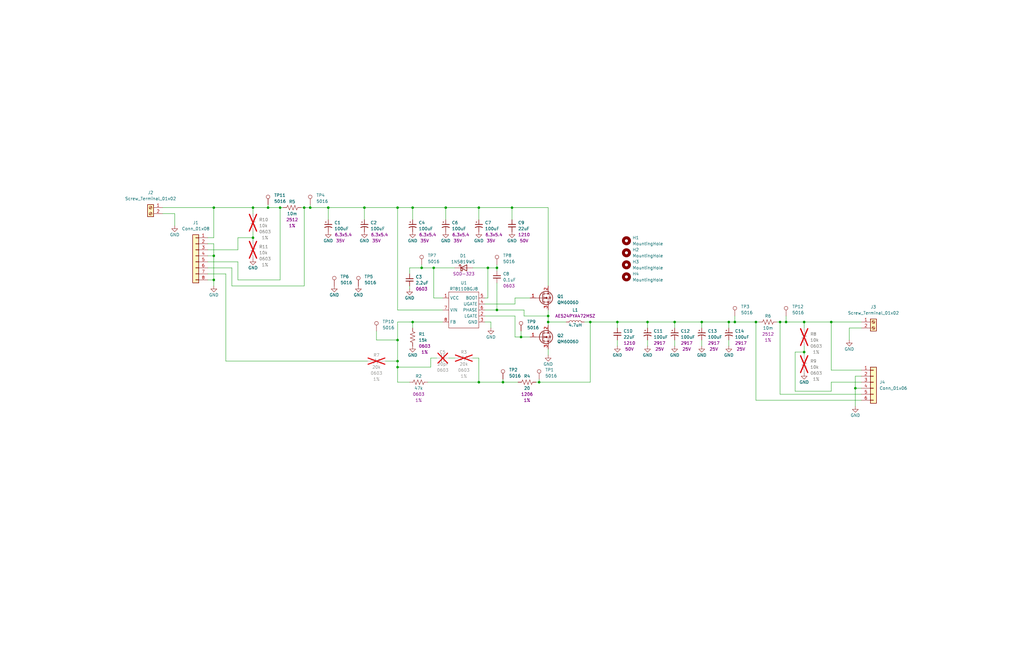
<source format=kicad_sch>
(kicad_sch (version 20230121) (generator eeschema)

  (uuid a3a005b7-4da8-474a-b78c-39a97aeabdac)

  (paper "B")

  (lib_symbols
    (symbol "1Jarrett_Symbol_Library:RT8110BGJ8" (in_bom yes) (on_board yes)
      (property "Reference" "U" (at 0 0 0)
        (effects (font (size 1.27 1.27)))
      )
      (property "Value" "RT8110BGJ8" (at 0 0 0)
        (effects (font (size 1.27 1.27)))
      )
      (property "Footprint" "Package_TO_SOT_SMD:SOT-23-8_Handsoldering" (at 0 0 0)
        (effects (font (size 1.27 1.27)) hide)
      )
      (property "Datasheet" "https://www.richtek.com/assets/product_file/RT8110B/DS8110B-02.pdf" (at 0 0 0)
        (effects (font (size 1.27 1.27)) hide)
      )
      (property "ki_keywords" "Buck, Controller, PWM" (at 0 0 0)
        (effects (font (size 1.27 1.27)) hide)
      )
      (property "ki_description" "Buck Regulator Positive Output Step-Down DC-DC Controller IC TSOT-23-8" (at 0 0 0)
        (effects (font (size 1.27 1.27)) hide)
      )
      (symbol "RT8110BGJ8_0_1"
        (rectangle (start -6.35 -2.54) (end 6.35 -17.78)
          (stroke (width 0) (type default))
          (fill (type none))
        )
      )
      (symbol "RT8110BGJ8_1_1"
        (pin power_out line (at -8.89 -5.08 0) (length 2.54)
          (name "VCC" (effects (font (size 1.27 1.27))))
          (number "1" (effects (font (size 1.27 1.27))))
        )
        (pin output line (at 8.89 -12.7 180) (length 2.54)
          (name "LGATE" (effects (font (size 1.27 1.27))))
          (number "2" (effects (font (size 1.27 1.27))))
        )
        (pin power_in line (at 8.89 -15.24 180) (length 2.54)
          (name "GND" (effects (font (size 1.27 1.27))))
          (number "3" (effects (font (size 1.27 1.27))))
        )
        (pin output line (at 8.89 -7.62 180) (length 2.54)
          (name "UGATE" (effects (font (size 1.27 1.27))))
          (number "4" (effects (font (size 1.27 1.27))))
        )
        (pin power_in line (at 8.89 -5.08 180) (length 2.54)
          (name "BOOT" (effects (font (size 1.27 1.27))))
          (number "5" (effects (font (size 1.27 1.27))))
        )
        (pin input line (at 8.89 -10.16 180) (length 2.54)
          (name "PHASE" (effects (font (size 1.27 1.27))))
          (number "6" (effects (font (size 1.27 1.27))))
        )
        (pin power_in line (at -8.89 -10.16 0) (length 2.54)
          (name "VIN" (effects (font (size 1.27 1.27))))
          (number "7" (effects (font (size 1.27 1.27))))
        )
        (pin input line (at -8.89 -15.24 0) (length 2.54)
          (name "FB" (effects (font (size 1.27 1.27))))
          (number "8" (effects (font (size 1.27 1.27))))
        )
      )
    )
    (symbol "Connector:Screw_Terminal_01x02" (pin_names (offset 1.016) hide) (in_bom yes) (on_board yes)
      (property "Reference" "J" (at 0 2.54 0)
        (effects (font (size 1.27 1.27)))
      )
      (property "Value" "Screw_Terminal_01x02" (at 0 -5.08 0)
        (effects (font (size 1.27 1.27)))
      )
      (property "Footprint" "" (at 0 0 0)
        (effects (font (size 1.27 1.27)) hide)
      )
      (property "Datasheet" "~" (at 0 0 0)
        (effects (font (size 1.27 1.27)) hide)
      )
      (property "ki_keywords" "screw terminal" (at 0 0 0)
        (effects (font (size 1.27 1.27)) hide)
      )
      (property "ki_description" "Generic screw terminal, single row, 01x02, script generated (kicad-library-utils/schlib/autogen/connector/)" (at 0 0 0)
        (effects (font (size 1.27 1.27)) hide)
      )
      (property "ki_fp_filters" "TerminalBlock*:*" (at 0 0 0)
        (effects (font (size 1.27 1.27)) hide)
      )
      (symbol "Screw_Terminal_01x02_1_1"
        (rectangle (start -1.27 1.27) (end 1.27 -3.81)
          (stroke (width 0.254) (type default))
          (fill (type background))
        )
        (circle (center 0 -2.54) (radius 0.635)
          (stroke (width 0.1524) (type default))
          (fill (type none))
        )
        (polyline
          (pts
            (xy -0.5334 -2.2098)
            (xy 0.3302 -3.048)
          )
          (stroke (width 0.1524) (type default))
          (fill (type none))
        )
        (polyline
          (pts
            (xy -0.5334 0.3302)
            (xy 0.3302 -0.508)
          )
          (stroke (width 0.1524) (type default))
          (fill (type none))
        )
        (polyline
          (pts
            (xy -0.3556 -2.032)
            (xy 0.508 -2.8702)
          )
          (stroke (width 0.1524) (type default))
          (fill (type none))
        )
        (polyline
          (pts
            (xy -0.3556 0.508)
            (xy 0.508 -0.3302)
          )
          (stroke (width 0.1524) (type default))
          (fill (type none))
        )
        (circle (center 0 0) (radius 0.635)
          (stroke (width 0.1524) (type default))
          (fill (type none))
        )
        (pin passive line (at -5.08 0 0) (length 3.81)
          (name "Pin_1" (effects (font (size 1.27 1.27))))
          (number "1" (effects (font (size 1.27 1.27))))
        )
        (pin passive line (at -5.08 -2.54 0) (length 3.81)
          (name "Pin_2" (effects (font (size 1.27 1.27))))
          (number "2" (effects (font (size 1.27 1.27))))
        )
      )
    )
    (symbol "Connector:TestPoint" (pin_numbers hide) (pin_names (offset 0.762) hide) (in_bom yes) (on_board yes)
      (property "Reference" "TP" (at 0 6.858 0)
        (effects (font (size 1.27 1.27)))
      )
      (property "Value" "TestPoint" (at 0 5.08 0)
        (effects (font (size 1.27 1.27)))
      )
      (property "Footprint" "" (at 5.08 0 0)
        (effects (font (size 1.27 1.27)) hide)
      )
      (property "Datasheet" "~" (at 5.08 0 0)
        (effects (font (size 1.27 1.27)) hide)
      )
      (property "ki_keywords" "test point tp" (at 0 0 0)
        (effects (font (size 1.27 1.27)) hide)
      )
      (property "ki_description" "test point" (at 0 0 0)
        (effects (font (size 1.27 1.27)) hide)
      )
      (property "ki_fp_filters" "Pin* Test*" (at 0 0 0)
        (effects (font (size 1.27 1.27)) hide)
      )
      (symbol "TestPoint_0_1"
        (circle (center 0 3.302) (radius 0.762)
          (stroke (width 0) (type default))
          (fill (type none))
        )
      )
      (symbol "TestPoint_1_1"
        (pin passive line (at 0 0 90) (length 2.54)
          (name "1" (effects (font (size 1.27 1.27))))
          (number "1" (effects (font (size 1.27 1.27))))
        )
      )
    )
    (symbol "Connector_Generic:Conn_01x06" (pin_names (offset 1.016) hide) (in_bom yes) (on_board yes)
      (property "Reference" "J" (at 0 7.62 0)
        (effects (font (size 1.27 1.27)))
      )
      (property "Value" "Conn_01x06" (at 0 -10.16 0)
        (effects (font (size 1.27 1.27)))
      )
      (property "Footprint" "" (at 0 0 0)
        (effects (font (size 1.27 1.27)) hide)
      )
      (property "Datasheet" "~" (at 0 0 0)
        (effects (font (size 1.27 1.27)) hide)
      )
      (property "ki_keywords" "connector" (at 0 0 0)
        (effects (font (size 1.27 1.27)) hide)
      )
      (property "ki_description" "Generic connector, single row, 01x06, script generated (kicad-library-utils/schlib/autogen/connector/)" (at 0 0 0)
        (effects (font (size 1.27 1.27)) hide)
      )
      (property "ki_fp_filters" "Connector*:*_1x??_*" (at 0 0 0)
        (effects (font (size 1.27 1.27)) hide)
      )
      (symbol "Conn_01x06_1_1"
        (rectangle (start -1.27 -7.493) (end 0 -7.747)
          (stroke (width 0.1524) (type default))
          (fill (type none))
        )
        (rectangle (start -1.27 -4.953) (end 0 -5.207)
          (stroke (width 0.1524) (type default))
          (fill (type none))
        )
        (rectangle (start -1.27 -2.413) (end 0 -2.667)
          (stroke (width 0.1524) (type default))
          (fill (type none))
        )
        (rectangle (start -1.27 0.127) (end 0 -0.127)
          (stroke (width 0.1524) (type default))
          (fill (type none))
        )
        (rectangle (start -1.27 2.667) (end 0 2.413)
          (stroke (width 0.1524) (type default))
          (fill (type none))
        )
        (rectangle (start -1.27 5.207) (end 0 4.953)
          (stroke (width 0.1524) (type default))
          (fill (type none))
        )
        (rectangle (start -1.27 6.35) (end 1.27 -8.89)
          (stroke (width 0.254) (type default))
          (fill (type background))
        )
        (pin passive line (at -5.08 5.08 0) (length 3.81)
          (name "Pin_1" (effects (font (size 1.27 1.27))))
          (number "1" (effects (font (size 1.27 1.27))))
        )
        (pin passive line (at -5.08 2.54 0) (length 3.81)
          (name "Pin_2" (effects (font (size 1.27 1.27))))
          (number "2" (effects (font (size 1.27 1.27))))
        )
        (pin passive line (at -5.08 0 0) (length 3.81)
          (name "Pin_3" (effects (font (size 1.27 1.27))))
          (number "3" (effects (font (size 1.27 1.27))))
        )
        (pin passive line (at -5.08 -2.54 0) (length 3.81)
          (name "Pin_4" (effects (font (size 1.27 1.27))))
          (number "4" (effects (font (size 1.27 1.27))))
        )
        (pin passive line (at -5.08 -5.08 0) (length 3.81)
          (name "Pin_5" (effects (font (size 1.27 1.27))))
          (number "5" (effects (font (size 1.27 1.27))))
        )
        (pin passive line (at -5.08 -7.62 0) (length 3.81)
          (name "Pin_6" (effects (font (size 1.27 1.27))))
          (number "6" (effects (font (size 1.27 1.27))))
        )
      )
    )
    (symbol "Connector_Generic:Conn_01x08" (pin_names (offset 1.016) hide) (in_bom yes) (on_board yes)
      (property "Reference" "J" (at 0 10.16 0)
        (effects (font (size 1.27 1.27)))
      )
      (property "Value" "Conn_01x08" (at 0 -12.7 0)
        (effects (font (size 1.27 1.27)))
      )
      (property "Footprint" "" (at 0 0 0)
        (effects (font (size 1.27 1.27)) hide)
      )
      (property "Datasheet" "~" (at 0 0 0)
        (effects (font (size 1.27 1.27)) hide)
      )
      (property "ki_keywords" "connector" (at 0 0 0)
        (effects (font (size 1.27 1.27)) hide)
      )
      (property "ki_description" "Generic connector, single row, 01x08, script generated (kicad-library-utils/schlib/autogen/connector/)" (at 0 0 0)
        (effects (font (size 1.27 1.27)) hide)
      )
      (property "ki_fp_filters" "Connector*:*_1x??_*" (at 0 0 0)
        (effects (font (size 1.27 1.27)) hide)
      )
      (symbol "Conn_01x08_1_1"
        (rectangle (start -1.27 -10.033) (end 0 -10.287)
          (stroke (width 0.1524) (type default))
          (fill (type none))
        )
        (rectangle (start -1.27 -7.493) (end 0 -7.747)
          (stroke (width 0.1524) (type default))
          (fill (type none))
        )
        (rectangle (start -1.27 -4.953) (end 0 -5.207)
          (stroke (width 0.1524) (type default))
          (fill (type none))
        )
        (rectangle (start -1.27 -2.413) (end 0 -2.667)
          (stroke (width 0.1524) (type default))
          (fill (type none))
        )
        (rectangle (start -1.27 0.127) (end 0 -0.127)
          (stroke (width 0.1524) (type default))
          (fill (type none))
        )
        (rectangle (start -1.27 2.667) (end 0 2.413)
          (stroke (width 0.1524) (type default))
          (fill (type none))
        )
        (rectangle (start -1.27 5.207) (end 0 4.953)
          (stroke (width 0.1524) (type default))
          (fill (type none))
        )
        (rectangle (start -1.27 7.747) (end 0 7.493)
          (stroke (width 0.1524) (type default))
          (fill (type none))
        )
        (rectangle (start -1.27 8.89) (end 1.27 -11.43)
          (stroke (width 0.254) (type default))
          (fill (type background))
        )
        (pin passive line (at -5.08 7.62 0) (length 3.81)
          (name "Pin_1" (effects (font (size 1.27 1.27))))
          (number "1" (effects (font (size 1.27 1.27))))
        )
        (pin passive line (at -5.08 5.08 0) (length 3.81)
          (name "Pin_2" (effects (font (size 1.27 1.27))))
          (number "2" (effects (font (size 1.27 1.27))))
        )
        (pin passive line (at -5.08 2.54 0) (length 3.81)
          (name "Pin_3" (effects (font (size 1.27 1.27))))
          (number "3" (effects (font (size 1.27 1.27))))
        )
        (pin passive line (at -5.08 0 0) (length 3.81)
          (name "Pin_4" (effects (font (size 1.27 1.27))))
          (number "4" (effects (font (size 1.27 1.27))))
        )
        (pin passive line (at -5.08 -2.54 0) (length 3.81)
          (name "Pin_5" (effects (font (size 1.27 1.27))))
          (number "5" (effects (font (size 1.27 1.27))))
        )
        (pin passive line (at -5.08 -5.08 0) (length 3.81)
          (name "Pin_6" (effects (font (size 1.27 1.27))))
          (number "6" (effects (font (size 1.27 1.27))))
        )
        (pin passive line (at -5.08 -7.62 0) (length 3.81)
          (name "Pin_7" (effects (font (size 1.27 1.27))))
          (number "7" (effects (font (size 1.27 1.27))))
        )
        (pin passive line (at -5.08 -10.16 0) (length 3.81)
          (name "Pin_8" (effects (font (size 1.27 1.27))))
          (number "8" (effects (font (size 1.27 1.27))))
        )
      )
    )
    (symbol "Device:C_Polarized_Small_US" (pin_numbers hide) (pin_names (offset 0.254) hide) (in_bom yes) (on_board yes)
      (property "Reference" "C" (at 0.254 1.778 0)
        (effects (font (size 1.27 1.27)) (justify left))
      )
      (property "Value" "C_Polarized_Small_US" (at 0.254 -2.032 0)
        (effects (font (size 1.27 1.27)) (justify left))
      )
      (property "Footprint" "" (at 0 0 0)
        (effects (font (size 1.27 1.27)) hide)
      )
      (property "Datasheet" "~" (at 0 0 0)
        (effects (font (size 1.27 1.27)) hide)
      )
      (property "ki_keywords" "cap capacitor" (at 0 0 0)
        (effects (font (size 1.27 1.27)) hide)
      )
      (property "ki_description" "Polarized capacitor, small US symbol" (at 0 0 0)
        (effects (font (size 1.27 1.27)) hide)
      )
      (property "ki_fp_filters" "CP_*" (at 0 0 0)
        (effects (font (size 1.27 1.27)) hide)
      )
      (symbol "C_Polarized_Small_US_0_1"
        (polyline
          (pts
            (xy -1.524 0.508)
            (xy 1.524 0.508)
          )
          (stroke (width 0.3048) (type default))
          (fill (type none))
        )
        (polyline
          (pts
            (xy -1.27 1.524)
            (xy -0.762 1.524)
          )
          (stroke (width 0) (type default))
          (fill (type none))
        )
        (polyline
          (pts
            (xy -1.016 1.27)
            (xy -1.016 1.778)
          )
          (stroke (width 0) (type default))
          (fill (type none))
        )
        (arc (start 1.524 -0.762) (mid 0 -0.3734) (end -1.524 -0.762)
          (stroke (width 0.3048) (type default))
          (fill (type none))
        )
      )
      (symbol "C_Polarized_Small_US_1_1"
        (pin passive line (at 0 2.54 270) (length 2.032)
          (name "~" (effects (font (size 1.27 1.27))))
          (number "1" (effects (font (size 1.27 1.27))))
        )
        (pin passive line (at 0 -2.54 90) (length 2.032)
          (name "~" (effects (font (size 1.27 1.27))))
          (number "2" (effects (font (size 1.27 1.27))))
        )
      )
    )
    (symbol "Device:C_Small" (pin_numbers hide) (pin_names (offset 0.254) hide) (in_bom yes) (on_board yes)
      (property "Reference" "C" (at 0.254 1.778 0)
        (effects (font (size 1.27 1.27)) (justify left))
      )
      (property "Value" "C_Small" (at 0.254 -2.032 0)
        (effects (font (size 1.27 1.27)) (justify left))
      )
      (property "Footprint" "" (at 0 0 0)
        (effects (font (size 1.27 1.27)) hide)
      )
      (property "Datasheet" "~" (at 0 0 0)
        (effects (font (size 1.27 1.27)) hide)
      )
      (property "ki_keywords" "capacitor cap" (at 0 0 0)
        (effects (font (size 1.27 1.27)) hide)
      )
      (property "ki_description" "Unpolarized capacitor, small symbol" (at 0 0 0)
        (effects (font (size 1.27 1.27)) hide)
      )
      (property "ki_fp_filters" "C_*" (at 0 0 0)
        (effects (font (size 1.27 1.27)) hide)
      )
      (symbol "C_Small_0_1"
        (polyline
          (pts
            (xy -1.524 -0.508)
            (xy 1.524 -0.508)
          )
          (stroke (width 0.3302) (type default))
          (fill (type none))
        )
        (polyline
          (pts
            (xy -1.524 0.508)
            (xy 1.524 0.508)
          )
          (stroke (width 0.3048) (type default))
          (fill (type none))
        )
      )
      (symbol "C_Small_1_1"
        (pin passive line (at 0 2.54 270) (length 2.032)
          (name "~" (effects (font (size 1.27 1.27))))
          (number "1" (effects (font (size 1.27 1.27))))
        )
        (pin passive line (at 0 -2.54 90) (length 2.032)
          (name "~" (effects (font (size 1.27 1.27))))
          (number "2" (effects (font (size 1.27 1.27))))
        )
      )
    )
    (symbol "Device:L" (pin_numbers hide) (pin_names (offset 1.016) hide) (in_bom yes) (on_board yes)
      (property "Reference" "L" (at -1.27 0 90)
        (effects (font (size 1.27 1.27)))
      )
      (property "Value" "L" (at 1.905 0 90)
        (effects (font (size 1.27 1.27)))
      )
      (property "Footprint" "" (at 0 0 0)
        (effects (font (size 1.27 1.27)) hide)
      )
      (property "Datasheet" "~" (at 0 0 0)
        (effects (font (size 1.27 1.27)) hide)
      )
      (property "ki_keywords" "inductor choke coil reactor magnetic" (at 0 0 0)
        (effects (font (size 1.27 1.27)) hide)
      )
      (property "ki_description" "Inductor" (at 0 0 0)
        (effects (font (size 1.27 1.27)) hide)
      )
      (property "ki_fp_filters" "Choke_* *Coil* Inductor_* L_*" (at 0 0 0)
        (effects (font (size 1.27 1.27)) hide)
      )
      (symbol "L_0_1"
        (arc (start 0 -2.54) (mid 0.6323 -1.905) (end 0 -1.27)
          (stroke (width 0) (type default))
          (fill (type none))
        )
        (arc (start 0 -1.27) (mid 0.6323 -0.635) (end 0 0)
          (stroke (width 0) (type default))
          (fill (type none))
        )
        (arc (start 0 0) (mid 0.6323 0.635) (end 0 1.27)
          (stroke (width 0) (type default))
          (fill (type none))
        )
        (arc (start 0 1.27) (mid 0.6323 1.905) (end 0 2.54)
          (stroke (width 0) (type default))
          (fill (type none))
        )
      )
      (symbol "L_1_1"
        (pin passive line (at 0 3.81 270) (length 1.27)
          (name "1" (effects (font (size 1.27 1.27))))
          (number "1" (effects (font (size 1.27 1.27))))
        )
        (pin passive line (at 0 -3.81 90) (length 1.27)
          (name "2" (effects (font (size 1.27 1.27))))
          (number "2" (effects (font (size 1.27 1.27))))
        )
      )
    )
    (symbol "Device:R_US" (pin_numbers hide) (pin_names (offset 0)) (in_bom yes) (on_board yes)
      (property "Reference" "R" (at 2.54 0 90)
        (effects (font (size 1.27 1.27)))
      )
      (property "Value" "R_US" (at -2.54 0 90)
        (effects (font (size 1.27 1.27)))
      )
      (property "Footprint" "" (at 1.016 -0.254 90)
        (effects (font (size 1.27 1.27)) hide)
      )
      (property "Datasheet" "~" (at 0 0 0)
        (effects (font (size 1.27 1.27)) hide)
      )
      (property "ki_keywords" "R res resistor" (at 0 0 0)
        (effects (font (size 1.27 1.27)) hide)
      )
      (property "ki_description" "Resistor, US symbol" (at 0 0 0)
        (effects (font (size 1.27 1.27)) hide)
      )
      (property "ki_fp_filters" "R_*" (at 0 0 0)
        (effects (font (size 1.27 1.27)) hide)
      )
      (symbol "R_US_0_1"
        (polyline
          (pts
            (xy 0 -2.286)
            (xy 0 -2.54)
          )
          (stroke (width 0) (type default))
          (fill (type none))
        )
        (polyline
          (pts
            (xy 0 2.286)
            (xy 0 2.54)
          )
          (stroke (width 0) (type default))
          (fill (type none))
        )
        (polyline
          (pts
            (xy 0 -0.762)
            (xy 1.016 -1.143)
            (xy 0 -1.524)
            (xy -1.016 -1.905)
            (xy 0 -2.286)
          )
          (stroke (width 0) (type default))
          (fill (type none))
        )
        (polyline
          (pts
            (xy 0 0.762)
            (xy 1.016 0.381)
            (xy 0 0)
            (xy -1.016 -0.381)
            (xy 0 -0.762)
          )
          (stroke (width 0) (type default))
          (fill (type none))
        )
        (polyline
          (pts
            (xy 0 2.286)
            (xy 1.016 1.905)
            (xy 0 1.524)
            (xy -1.016 1.143)
            (xy 0 0.762)
          )
          (stroke (width 0) (type default))
          (fill (type none))
        )
      )
      (symbol "R_US_1_1"
        (pin passive line (at 0 3.81 270) (length 1.27)
          (name "~" (effects (font (size 1.27 1.27))))
          (number "1" (effects (font (size 1.27 1.27))))
        )
        (pin passive line (at 0 -3.81 90) (length 1.27)
          (name "~" (effects (font (size 1.27 1.27))))
          (number "2" (effects (font (size 1.27 1.27))))
        )
      )
    )
    (symbol "Diode:1N5819WS" (pin_numbers hide) (pin_names (offset 1.016) hide) (in_bom yes) (on_board yes)
      (property "Reference" "D" (at 0 2.54 0)
        (effects (font (size 1.27 1.27)))
      )
      (property "Value" "1N5819WS" (at 0 -2.54 0)
        (effects (font (size 1.27 1.27)))
      )
      (property "Footprint" "Diode_SMD:D_SOD-323" (at 0 -4.445 0)
        (effects (font (size 1.27 1.27)) hide)
      )
      (property "Datasheet" "https://datasheet.lcsc.com/lcsc/2204281430_Guangdong-Hottech-1N5819WS_C191023.pdf" (at 0 0 0)
        (effects (font (size 1.27 1.27)) hide)
      )
      (property "ki_keywords" "diode Schottky" (at 0 0 0)
        (effects (font (size 1.27 1.27)) hide)
      )
      (property "ki_description" "40V 600mV@1A 1A SOD-323 Schottky Barrier Diodes, SOD-323" (at 0 0 0)
        (effects (font (size 1.27 1.27)) hide)
      )
      (property "ki_fp_filters" "D*SOD?323*" (at 0 0 0)
        (effects (font (size 1.27 1.27)) hide)
      )
      (symbol "1N5819WS_0_1"
        (polyline
          (pts
            (xy 1.27 0)
            (xy -1.27 0)
          )
          (stroke (width 0) (type default))
          (fill (type none))
        )
        (polyline
          (pts
            (xy 1.27 1.27)
            (xy 1.27 -1.27)
            (xy -1.27 0)
            (xy 1.27 1.27)
          )
          (stroke (width 0.254) (type default))
          (fill (type none))
        )
        (polyline
          (pts
            (xy -1.905 0.635)
            (xy -1.905 1.27)
            (xy -1.27 1.27)
            (xy -1.27 -1.27)
            (xy -0.635 -1.27)
            (xy -0.635 -0.635)
          )
          (stroke (width 0.254) (type default))
          (fill (type none))
        )
      )
      (symbol "1N5819WS_1_1"
        (pin passive line (at -3.81 0 0) (length 2.54)
          (name "K" (effects (font (size 1.27 1.27))))
          (number "1" (effects (font (size 1.27 1.27))))
        )
        (pin passive line (at 3.81 0 180) (length 2.54)
          (name "A" (effects (font (size 1.27 1.27))))
          (number "2" (effects (font (size 1.27 1.27))))
        )
      )
    )
    (symbol "Mechanical:MountingHole" (pin_names (offset 1.016)) (in_bom yes) (on_board yes)
      (property "Reference" "H" (at 0 5.08 0)
        (effects (font (size 1.27 1.27)))
      )
      (property "Value" "MountingHole" (at 0 3.175 0)
        (effects (font (size 1.27 1.27)))
      )
      (property "Footprint" "" (at 0 0 0)
        (effects (font (size 1.27 1.27)) hide)
      )
      (property "Datasheet" "~" (at 0 0 0)
        (effects (font (size 1.27 1.27)) hide)
      )
      (property "ki_keywords" "mounting hole" (at 0 0 0)
        (effects (font (size 1.27 1.27)) hide)
      )
      (property "ki_description" "Mounting Hole without connection" (at 0 0 0)
        (effects (font (size 1.27 1.27)) hide)
      )
      (property "ki_fp_filters" "MountingHole*" (at 0 0 0)
        (effects (font (size 1.27 1.27)) hide)
      )
      (symbol "MountingHole_0_1"
        (circle (center 0 0) (radius 1.27)
          (stroke (width 1.27) (type default))
          (fill (type none))
        )
      )
    )
    (symbol "Transistor_FET:QM6006D" (pin_names hide) (in_bom yes) (on_board yes)
      (property "Reference" "Q" (at 5.08 1.905 0)
        (effects (font (size 1.27 1.27)) (justify left))
      )
      (property "Value" "QM6006D" (at 5.08 0 0)
        (effects (font (size 1.27 1.27)) (justify left))
      )
      (property "Footprint" "Package_TO_SOT_SMD:TO-252-2" (at 5.08 -1.905 0)
        (effects (font (size 1.27 1.27) italic) (justify left) hide)
      )
      (property "Datasheet" "http://www.jaolen.com/images/pdf/QM6006D.pdf" (at 0 0 0)
        (effects (font (size 1.27 1.27)) (justify left) hide)
      )
      (property "ki_keywords" "N-Channel MOSFET" (at 0 0 0)
        (effects (font (size 1.27 1.27)) hide)
      )
      (property "ki_description" "35A Id, 60V Vds, N-Channel Power MOSFET, 18mOhm Ron, 19.3nC Qg (typ), TO252" (at 0 0 0)
        (effects (font (size 1.27 1.27)) hide)
      )
      (property "ki_fp_filters" "TO?252*" (at 0 0 0)
        (effects (font (size 1.27 1.27)) hide)
      )
      (symbol "QM6006D_0_1"
        (polyline
          (pts
            (xy 0.254 0)
            (xy -2.54 0)
          )
          (stroke (width 0) (type default))
          (fill (type none))
        )
        (polyline
          (pts
            (xy 0.254 1.905)
            (xy 0.254 -1.905)
          )
          (stroke (width 0.254) (type default))
          (fill (type none))
        )
        (polyline
          (pts
            (xy 0.762 -1.27)
            (xy 0.762 -2.286)
          )
          (stroke (width 0.254) (type default))
          (fill (type none))
        )
        (polyline
          (pts
            (xy 0.762 0.508)
            (xy 0.762 -0.508)
          )
          (stroke (width 0.254) (type default))
          (fill (type none))
        )
        (polyline
          (pts
            (xy 0.762 2.286)
            (xy 0.762 1.27)
          )
          (stroke (width 0.254) (type default))
          (fill (type none))
        )
        (polyline
          (pts
            (xy 2.54 2.54)
            (xy 2.54 1.778)
          )
          (stroke (width 0) (type default))
          (fill (type none))
        )
        (polyline
          (pts
            (xy 2.54 -2.54)
            (xy 2.54 0)
            (xy 0.762 0)
          )
          (stroke (width 0) (type default))
          (fill (type none))
        )
        (polyline
          (pts
            (xy 0.762 -1.778)
            (xy 3.302 -1.778)
            (xy 3.302 1.778)
            (xy 0.762 1.778)
          )
          (stroke (width 0) (type default))
          (fill (type none))
        )
        (polyline
          (pts
            (xy 1.016 0)
            (xy 2.032 0.381)
            (xy 2.032 -0.381)
            (xy 1.016 0)
          )
          (stroke (width 0) (type default))
          (fill (type outline))
        )
        (polyline
          (pts
            (xy 2.794 0.508)
            (xy 2.921 0.381)
            (xy 3.683 0.381)
            (xy 3.81 0.254)
          )
          (stroke (width 0) (type default))
          (fill (type none))
        )
        (polyline
          (pts
            (xy 3.302 0.381)
            (xy 2.921 -0.254)
            (xy 3.683 -0.254)
            (xy 3.302 0.381)
          )
          (stroke (width 0) (type default))
          (fill (type none))
        )
        (circle (center 1.651 0) (radius 2.794)
          (stroke (width 0.254) (type default))
          (fill (type none))
        )
        (circle (center 2.54 -1.778) (radius 0.254)
          (stroke (width 0) (type default))
          (fill (type outline))
        )
        (circle (center 2.54 1.778) (radius 0.254)
          (stroke (width 0) (type default))
          (fill (type outline))
        )
      )
      (symbol "QM6006D_1_1"
        (pin input line (at -5.08 0 0) (length 2.54)
          (name "G" (effects (font (size 1.27 1.27))))
          (number "1" (effects (font (size 1.27 1.27))))
        )
        (pin passive line (at 2.54 5.08 270) (length 2.54)
          (name "D" (effects (font (size 1.27 1.27))))
          (number "2" (effects (font (size 1.27 1.27))))
        )
        (pin passive line (at 2.54 -5.08 90) (length 2.54)
          (name "S" (effects (font (size 1.27 1.27))))
          (number "3" (effects (font (size 1.27 1.27))))
        )
      )
    )
    (symbol "power:GND" (power) (pin_names (offset 0)) (in_bom yes) (on_board yes)
      (property "Reference" "#PWR" (at 0 -6.35 0)
        (effects (font (size 1.27 1.27)) hide)
      )
      (property "Value" "GND" (at 0 -3.81 0)
        (effects (font (size 1.27 1.27)))
      )
      (property "Footprint" "" (at 0 0 0)
        (effects (font (size 1.27 1.27)) hide)
      )
      (property "Datasheet" "" (at 0 0 0)
        (effects (font (size 1.27 1.27)) hide)
      )
      (property "ki_keywords" "global power" (at 0 0 0)
        (effects (font (size 1.27 1.27)) hide)
      )
      (property "ki_description" "Power symbol creates a global label with name \"GND\" , ground" (at 0 0 0)
        (effects (font (size 1.27 1.27)) hide)
      )
      (symbol "GND_0_1"
        (polyline
          (pts
            (xy 0 0)
            (xy 0 -1.27)
            (xy 1.27 -1.27)
            (xy 0 -2.54)
            (xy -1.27 -1.27)
            (xy 0 -1.27)
          )
          (stroke (width 0) (type default))
          (fill (type none))
        )
      )
      (symbol "GND_1_1"
        (pin power_in line (at 0 0 270) (length 0) hide
          (name "GND" (effects (font (size 1.27 1.27))))
          (number "1" (effects (font (size 1.27 1.27))))
        )
      )
    )
  )

  (junction (at 273.05 135.89) (diameter 0) (color 0 0 0 0)
    (uuid 0305c190-6d89-4281-8159-ca9f6c7de951)
  )
  (junction (at 138.43 87.63) (diameter 0) (color 0 0 0 0)
    (uuid 06d6e39a-725b-437c-b33f-ce24d9e88a8c)
  )
  (junction (at 153.67 87.63) (diameter 0) (color 0 0 0 0)
    (uuid 0abc8b70-891e-4aa0-b4ec-80ea3f327930)
  )
  (junction (at 113.03 87.63) (diameter 0) (color 0 0 0 0)
    (uuid 1327ad3a-8590-43ac-8416-3c4d9a12f9f0)
  )
  (junction (at 167.64 154.94) (diameter 0) (color 0 0 0 0)
    (uuid 150c306a-7c1f-47e8-a17c-1e9f48ff33e0)
  )
  (junction (at 209.55 113.03) (diameter 0) (color 0 0 0 0)
    (uuid 154abbfa-e730-4674-ba49-ea1f356f6830)
  )
  (junction (at 201.93 161.29) (diameter 0) (color 0 0 0 0)
    (uuid 17fd3b9d-8203-499a-bb77-e828d829e463)
  )
  (junction (at 128.27 87.63) (diameter 0) (color 0 0 0 0)
    (uuid 1fcff233-22eb-4135-b103-43bd320a3bcf)
  )
  (junction (at 231.14 133.35) (diameter 0) (color 0 0 0 0)
    (uuid 232dee65-2cfc-4783-b9a9-15c124428ad2)
  )
  (junction (at 167.64 143.51) (diameter 0) (color 0 0 0 0)
    (uuid 28d51381-ca1a-4d11-be90-e2939364dd13)
  )
  (junction (at 307.34 135.89) (diameter 0) (color 0 0 0 0)
    (uuid 442d4b1b-d7da-4c44-b244-ffad2818693d)
  )
  (junction (at 167.64 152.4) (diameter 0) (color 0 0 0 0)
    (uuid 445a28c7-ec5f-4a75-b403-fe585dae4cfc)
  )
  (junction (at 212.09 161.29) (diameter 0) (color 0 0 0 0)
    (uuid 45173c0e-a112-40c7-908d-7d63ed405837)
  )
  (junction (at 177.8 113.03) (diameter 0) (color 0 0 0 0)
    (uuid 4aee38ef-6f0b-46f8-8fb2-a9184a069634)
  )
  (junction (at 182.88 113.03) (diameter 0) (color 0 0 0 0)
    (uuid 4e037670-777b-4a15-b18c-2e8141108c39)
  )
  (junction (at 205.74 113.03) (diameter 0) (color 0 0 0 0)
    (uuid 4ec4ef08-09e7-4ce5-8881-01a9f49f87b9)
  )
  (junction (at 350.52 135.89) (diameter 0) (color 0 0 0 0)
    (uuid 55ffe46c-f135-4906-b017-c5a5eee32f30)
  )
  (junction (at 248.92 135.89) (diameter 0) (color 0 0 0 0)
    (uuid 570278ca-d81c-4c1e-8086-6d6e1c24730c)
  )
  (junction (at 130.81 87.63) (diameter 0) (color 0 0 0 0)
    (uuid 586c37d0-ee40-4aae-8836-b9ae6c3dbe05)
  )
  (junction (at 106.68 100.33) (diameter 0) (color 0 0 0 0)
    (uuid 58a416ca-f96e-43bc-9ce9-304ef00fc554)
  )
  (junction (at 260.35 135.89) (diameter 0) (color 0 0 0 0)
    (uuid 5b380f92-fc69-475c-956a-975130ebaf06)
  )
  (junction (at 231.14 135.89) (diameter 0) (color 0 0 0 0)
    (uuid 6af26825-ec27-4500-a74e-86a09f6aed3f)
  )
  (junction (at 219.71 142.24) (diameter 0) (color 0 0 0 0)
    (uuid 6e5032d4-fe88-41bf-95db-010f9d1a7778)
  )
  (junction (at 318.77 135.89) (diameter 0) (color 0 0 0 0)
    (uuid 7946c8da-8fa0-4088-882f-0afa22fe79a0)
  )
  (junction (at 201.93 87.63) (diameter 0) (color 0 0 0 0)
    (uuid 7ad9f590-afc7-4a28-ae29-80d0bbca1878)
  )
  (junction (at 215.9 87.63) (diameter 0) (color 0 0 0 0)
    (uuid 7f7262fd-eab1-4597-881b-368e1a8931d9)
  )
  (junction (at 187.96 87.63) (diameter 0) (color 0 0 0 0)
    (uuid 9cc13edb-eeef-4cb8-9ccf-421af4273e17)
  )
  (junction (at 106.68 87.63) (diameter 0) (color 0 0 0 0)
    (uuid a4bfb678-ca6b-4355-a33b-6489ede1af0e)
  )
  (junction (at 331.47 135.89) (diameter 0) (color 0 0 0 0)
    (uuid a78b5f27-116c-4335-99b0-d238b6ca13a4)
  )
  (junction (at 90.17 87.63) (diameter 0) (color 0 0 0 0)
    (uuid a78c843d-9d2a-489d-8ae9-5bb2cc7c016b)
  )
  (junction (at 309.88 135.89) (diameter 0) (color 0 0 0 0)
    (uuid a856a0f5-1859-48cf-9983-ba91d8c798a2)
  )
  (junction (at 284.48 135.89) (diameter 0) (color 0 0 0 0)
    (uuid ac54abb6-a430-433b-b53a-91c05736a52a)
  )
  (junction (at 227.33 161.29) (diameter 0) (color 0 0 0 0)
    (uuid ad793062-c145-415d-ac03-848623013dd5)
  )
  (junction (at 328.93 135.89) (diameter 0) (color 0 0 0 0)
    (uuid b8ec8ff1-1b44-4bdd-8cb3-91ceafb1550b)
  )
  (junction (at 339.09 148.59) (diameter 0) (color 0 0 0 0)
    (uuid c271b39d-62b4-4a59-9d8b-05cb722143d1)
  )
  (junction (at 173.99 135.89) (diameter 0) (color 0 0 0 0)
    (uuid c7f549fb-7bfd-45d8-aaae-ba2116402fdc)
  )
  (junction (at 360.68 163.83) (diameter 0) (color 0 0 0 0)
    (uuid d7d945b4-023b-4ef0-afa7-970900f20b61)
  )
  (junction (at 90.17 107.95) (diameter 0) (color 0 0 0 0)
    (uuid db0fce9a-615d-48ca-96cb-134f4fdd02c2)
  )
  (junction (at 209.55 130.81) (diameter 0) (color 0 0 0 0)
    (uuid dcade981-7263-45f9-aec5-1ee13bcefe5c)
  )
  (junction (at 90.17 118.11) (diameter 0) (color 0 0 0 0)
    (uuid e7a4c4b8-ea81-4b12-a1cd-097e8246d082)
  )
  (junction (at 173.99 87.63) (diameter 0) (color 0 0 0 0)
    (uuid ece9fe66-d4a1-4357-a0c2-b33644702095)
  )
  (junction (at 167.64 87.63) (diameter 0) (color 0 0 0 0)
    (uuid edf2900c-c7e4-4639-98f3-547ece9ed5b2)
  )
  (junction (at 339.09 135.89) (diameter 0) (color 0 0 0 0)
    (uuid f3886aaf-2b8c-47c3-b2b1-657d02c97338)
  )
  (junction (at 295.91 135.89) (diameter 0) (color 0 0 0 0)
    (uuid f571b675-801f-4a9f-a9f8-503f93fce5ab)
  )
  (junction (at 118.11 87.63) (diameter 0) (color 0 0 0 0)
    (uuid f5fb09a2-65d7-45aa-8a5e-295a243562db)
  )

  (wire (pts (xy 100.33 110.49) (xy 87.63 110.49))
    (stroke (width 0) (type default))
    (uuid 02ab82de-6acf-4a5b-bd00-49a455dc6b28)
  )
  (wire (pts (xy 309.88 135.89) (xy 318.77 135.89))
    (stroke (width 0) (type default))
    (uuid 056e298b-c5e2-48a1-a856-02a0a43f4fe9)
  )
  (wire (pts (xy 220.98 133.35) (xy 220.98 130.81))
    (stroke (width 0) (type default))
    (uuid 06027982-a4ab-4a13-b0ef-93482ca6ae7f)
  )
  (wire (pts (xy 186.69 125.73) (xy 182.88 125.73))
    (stroke (width 0) (type default))
    (uuid 072b833b-05f5-4ded-bc5b-849ce21ddd7e)
  )
  (wire (pts (xy 187.96 87.63) (xy 201.93 87.63))
    (stroke (width 0) (type default))
    (uuid 097f0c7b-85f9-434c-8c0e-997f7dc9a6f8)
  )
  (wire (pts (xy 68.58 90.17) (xy 73.66 90.17))
    (stroke (width 0) (type default))
    (uuid 09c7381b-9071-418f-a7c1-063e84fddde1)
  )
  (wire (pts (xy 331.47 133.35) (xy 331.47 135.89))
    (stroke (width 0) (type default))
    (uuid 0a079f90-dbd5-4e24-afaa-6199f3ea1709)
  )
  (wire (pts (xy 360.68 158.75) (xy 363.22 158.75))
    (stroke (width 0) (type default))
    (uuid 0b6f5fa1-a788-4e7c-811b-25c080755963)
  )
  (wire (pts (xy 199.39 113.03) (xy 205.74 113.03))
    (stroke (width 0) (type default))
    (uuid 0d282204-d97a-4f26-8124-0bae498eef79)
  )
  (wire (pts (xy 260.35 135.89) (xy 273.05 135.89))
    (stroke (width 0) (type default))
    (uuid 0ee7111f-0f4d-4d53-b9c7-6d741085ff51)
  )
  (wire (pts (xy 153.67 87.63) (xy 153.67 92.71))
    (stroke (width 0) (type default))
    (uuid 0f1d6b16-5403-4951-b589-7c115add396d)
  )
  (wire (pts (xy 167.64 87.63) (xy 167.64 130.81))
    (stroke (width 0) (type default))
    (uuid 140d23ae-d906-49c0-b9bc-43747f9f3ecb)
  )
  (wire (pts (xy 90.17 102.87) (xy 90.17 107.95))
    (stroke (width 0) (type default))
    (uuid 14796f0c-32c5-4673-a99a-89d379495ff3)
  )
  (wire (pts (xy 358.14 143.51) (xy 358.14 138.43))
    (stroke (width 0) (type default))
    (uuid 15bd0aec-92cb-469d-b56c-89e3ec35c82d)
  )
  (wire (pts (xy 177.8 113.03) (xy 182.88 113.03))
    (stroke (width 0) (type default))
    (uuid 16c964e6-971a-4c5a-95c8-de7989a1c26f)
  )
  (wire (pts (xy 158.75 143.51) (xy 167.64 143.51))
    (stroke (width 0) (type default))
    (uuid 1958bad2-0393-433e-8df7-13a408d5538c)
  )
  (wire (pts (xy 181.61 151.13) (xy 184.15 151.13))
    (stroke (width 0) (type default))
    (uuid 1a6848eb-c19c-4800-85d0-9d9dc38ab460)
  )
  (wire (pts (xy 339.09 146.05) (xy 339.09 148.59))
    (stroke (width 0) (type default))
    (uuid 1ac2e1af-53a7-4a80-9a3e-db751932979b)
  )
  (wire (pts (xy 187.96 87.63) (xy 187.96 92.71))
    (stroke (width 0) (type default))
    (uuid 1c69d714-d974-43fb-af21-2338a56ef11d)
  )
  (wire (pts (xy 118.11 87.63) (xy 119.38 87.63))
    (stroke (width 0) (type default))
    (uuid 1e10c087-4ff8-438e-9777-55c1ad2a0eeb)
  )
  (wire (pts (xy 363.22 156.21) (xy 350.52 156.21))
    (stroke (width 0) (type default))
    (uuid 1e3adbe7-2bac-4bd7-ad59-5cd04c851ff2)
  )
  (wire (pts (xy 186.69 130.81) (xy 167.64 130.81))
    (stroke (width 0) (type default))
    (uuid 1eb8cbe6-86de-4735-a306-17d1c5fcbdde)
  )
  (wire (pts (xy 113.03 87.63) (xy 106.68 87.63))
    (stroke (width 0) (type default))
    (uuid 1f223e62-3a48-432b-8ae7-ae7f71cf95ea)
  )
  (wire (pts (xy 100.33 105.41) (xy 87.63 105.41))
    (stroke (width 0) (type default))
    (uuid 20d49351-c124-4e41-9159-2f62c079a29b)
  )
  (wire (pts (xy 363.22 168.91) (xy 318.77 168.91))
    (stroke (width 0) (type default))
    (uuid 226a9a4c-7dd7-46e1-913a-fee2fb0f9320)
  )
  (wire (pts (xy 284.48 135.89) (xy 295.91 135.89))
    (stroke (width 0) (type default))
    (uuid 2332e457-93ff-428b-ab75-7f1f92aad0c8)
  )
  (wire (pts (xy 350.52 165.1) (xy 350.52 161.29))
    (stroke (width 0) (type default))
    (uuid 25816f39-9ece-40ef-9722-88bae05081be)
  )
  (wire (pts (xy 339.09 135.89) (xy 350.52 135.89))
    (stroke (width 0) (type default))
    (uuid 275ca08f-76e4-4cda-adb2-62cf0e5fa324)
  )
  (wire (pts (xy 87.63 115.57) (xy 95.25 115.57))
    (stroke (width 0) (type default))
    (uuid 28c54ec8-d920-4e46-a59f-39c94368e620)
  )
  (wire (pts (xy 231.14 135.89) (xy 231.14 133.35))
    (stroke (width 0) (type default))
    (uuid 2dfb92b6-50bb-4ba8-bed2-125d8aaecdbb)
  )
  (wire (pts (xy 360.68 171.45) (xy 360.68 163.83))
    (stroke (width 0) (type default))
    (uuid 30340f54-67a7-458a-9dd6-7b913a4f7e04)
  )
  (wire (pts (xy 100.33 118.11) (xy 100.33 110.49))
    (stroke (width 0) (type default))
    (uuid 30e9e9f3-fe1f-44de-a503-ae3e06a792c8)
  )
  (wire (pts (xy 215.9 87.63) (xy 215.9 92.71))
    (stroke (width 0) (type default))
    (uuid 31a39341-0a94-4cae-92fa-e1bdf26bd8ce)
  )
  (wire (pts (xy 331.47 135.89) (xy 328.93 135.89))
    (stroke (width 0) (type default))
    (uuid 3444731d-9962-4d40-b190-1d590ab5c15f)
  )
  (wire (pts (xy 172.72 161.29) (xy 167.64 161.29))
    (stroke (width 0) (type default))
    (uuid 346a4fbe-422e-462a-8dcd-7f03c2bb6c9a)
  )
  (wire (pts (xy 318.77 168.91) (xy 318.77 135.89))
    (stroke (width 0) (type default))
    (uuid 367cf145-c5b0-4d80-9fce-6e67a50d6ed7)
  )
  (wire (pts (xy 128.27 87.63) (xy 130.81 87.63))
    (stroke (width 0) (type default))
    (uuid 37121199-d433-47e1-8c08-76ed280df28b)
  )
  (wire (pts (xy 100.33 100.33) (xy 100.33 105.41))
    (stroke (width 0) (type default))
    (uuid 3723a0c8-0cc7-4c5d-8e48-bd79b6483dce)
  )
  (wire (pts (xy 106.68 87.63) (xy 106.68 90.17))
    (stroke (width 0) (type default))
    (uuid 38093d07-b18d-46ac-a23d-7c82601bea4b)
  )
  (wire (pts (xy 360.68 163.83) (xy 363.22 163.83))
    (stroke (width 0) (type default))
    (uuid 38b1cd7a-8af9-4984-b361-bf87a8134613)
  )
  (wire (pts (xy 189.23 151.13) (xy 191.77 151.13))
    (stroke (width 0) (type default))
    (uuid 390b518e-5bc2-44b7-899a-6695200928bc)
  )
  (wire (pts (xy 204.47 128.27) (xy 217.17 128.27))
    (stroke (width 0) (type default))
    (uuid 3c6b0de7-1c07-4130-b4c2-b08b9d6a49cd)
  )
  (wire (pts (xy 167.64 87.63) (xy 173.99 87.63))
    (stroke (width 0) (type default))
    (uuid 3de88231-dd08-4a22-bcea-084032c40142)
  )
  (wire (pts (xy 173.99 87.63) (xy 187.96 87.63))
    (stroke (width 0) (type default))
    (uuid 41e7d7d6-d339-4d5b-b3de-77775c325d4a)
  )
  (wire (pts (xy 130.81 87.63) (xy 138.43 87.63))
    (stroke (width 0) (type default))
    (uuid 42ded8b4-9e70-487b-9043-ad0385b6dd38)
  )
  (wire (pts (xy 307.34 135.89) (xy 309.88 135.89))
    (stroke (width 0) (type default))
    (uuid 442fec8a-50fe-4597-a901-b49be85ddfa0)
  )
  (wire (pts (xy 226.06 161.29) (xy 227.33 161.29))
    (stroke (width 0) (type default))
    (uuid 450ca6cb-bcf9-4b17-aaae-a825103f74f0)
  )
  (wire (pts (xy 273.05 135.89) (xy 284.48 135.89))
    (stroke (width 0) (type default))
    (uuid 456361cf-8e1e-4673-abec-bf1ce3e64cfe)
  )
  (wire (pts (xy 97.79 120.65) (xy 128.27 120.65))
    (stroke (width 0) (type default))
    (uuid 488fbbe3-95b4-4cee-abb3-d7ba8003760d)
  )
  (wire (pts (xy 87.63 107.95) (xy 90.17 107.95))
    (stroke (width 0) (type default))
    (uuid 4a322bc3-8665-47db-9393-18610fc87d15)
  )
  (wire (pts (xy 173.99 87.63) (xy 173.99 92.71))
    (stroke (width 0) (type default))
    (uuid 4a6f457d-2ca7-4c4a-93be-867c5dc13fdc)
  )
  (wire (pts (xy 227.33 160.02) (xy 227.33 161.29))
    (stroke (width 0) (type default))
    (uuid 4aeb1461-210a-4c78-987f-81ba650b2190)
  )
  (wire (pts (xy 177.8 111.76) (xy 177.8 113.03))
    (stroke (width 0) (type default))
    (uuid 4d543db9-8f3c-41bc-a6d4-2c1874c4b903)
  )
  (wire (pts (xy 360.68 163.83) (xy 360.68 158.75))
    (stroke (width 0) (type default))
    (uuid 4e3585bc-8a36-4720-ba42-8675e5033a71)
  )
  (wire (pts (xy 328.93 135.89) (xy 328.93 166.37))
    (stroke (width 0) (type default))
    (uuid 5157f1b7-55ce-4b62-a498-e9dc14078188)
  )
  (wire (pts (xy 231.14 130.81) (xy 231.14 133.35))
    (stroke (width 0) (type default))
    (uuid 525cc3a0-a537-4803-b342-a4b6dca73e14)
  )
  (wire (pts (xy 87.63 113.03) (xy 97.79 113.03))
    (stroke (width 0) (type default))
    (uuid 526fae35-ed88-4d6a-9ed3-3f0b2940ac0b)
  )
  (wire (pts (xy 231.14 137.16) (xy 231.14 135.89))
    (stroke (width 0) (type default))
    (uuid 52a4e435-d1c4-48c8-b4d6-f85219b9b7e8)
  )
  (wire (pts (xy 219.71 142.24) (xy 217.17 142.24))
    (stroke (width 0) (type default))
    (uuid 535368a7-891c-46f0-95ea-d1e59ed37acc)
  )
  (wire (pts (xy 100.33 100.33) (xy 106.68 100.33))
    (stroke (width 0) (type default))
    (uuid 568d114f-bb05-4e78-be64-51f73a8e1aac)
  )
  (wire (pts (xy 205.74 125.73) (xy 205.74 113.03))
    (stroke (width 0) (type default))
    (uuid 571bde37-b1bd-4611-af09-1bd78f5f5604)
  )
  (wire (pts (xy 87.63 100.33) (xy 90.17 100.33))
    (stroke (width 0) (type default))
    (uuid 58cdb406-245e-42e1-a9b5-c9e7697ddb97)
  )
  (wire (pts (xy 209.55 119.38) (xy 209.55 130.81))
    (stroke (width 0) (type default))
    (uuid 58ce083a-557d-4b9b-a2d4-22fad18e9734)
  )
  (wire (pts (xy 201.93 151.13) (xy 201.93 161.29))
    (stroke (width 0) (type default))
    (uuid 59744d37-8543-427b-8aba-6296a069aac4)
  )
  (wire (pts (xy 167.64 135.89) (xy 173.99 135.89))
    (stroke (width 0) (type default))
    (uuid 5a72703d-8c3a-49c9-aa84-32ac21b01406)
  )
  (wire (pts (xy 339.09 148.59) (xy 339.09 149.86))
    (stroke (width 0) (type default))
    (uuid 5b036bc3-fcdb-4735-ae20-ee042fdd2382)
  )
  (wire (pts (xy 199.39 151.13) (xy 201.93 151.13))
    (stroke (width 0) (type default))
    (uuid 5b6a8efb-6f4a-412b-b3ba-283a0677a0f7)
  )
  (wire (pts (xy 172.72 115.57) (xy 172.72 113.03))
    (stroke (width 0) (type default))
    (uuid 5cb60d6e-a12f-46ab-b1d7-ec39c0b20466)
  )
  (wire (pts (xy 223.52 142.24) (xy 219.71 142.24))
    (stroke (width 0) (type default))
    (uuid 5cbec5dd-c194-4651-970d-ff3bf5c1cdfd)
  )
  (wire (pts (xy 309.88 133.35) (xy 309.88 135.89))
    (stroke (width 0) (type default))
    (uuid 5dac4fcb-982c-462d-bd86-39e3f0114938)
  )
  (wire (pts (xy 97.79 113.03) (xy 97.79 120.65))
    (stroke (width 0) (type default))
    (uuid 5f59e037-ed71-43ed-8365-a13e6b818226)
  )
  (wire (pts (xy 95.25 115.57) (xy 95.25 152.4))
    (stroke (width 0) (type default))
    (uuid 5f8fdac7-964e-40bb-ab63-7694f5617580)
  )
  (wire (pts (xy 350.52 135.89) (xy 363.22 135.89))
    (stroke (width 0) (type default))
    (uuid 5fa39e65-ebe3-4c54-be97-23ad9ca4e708)
  )
  (wire (pts (xy 90.17 100.33) (xy 90.17 87.63))
    (stroke (width 0) (type default))
    (uuid 604b36bf-02b3-44c5-9bf1-6b68a6e9821c)
  )
  (wire (pts (xy 328.93 166.37) (xy 363.22 166.37))
    (stroke (width 0) (type default))
    (uuid 6435a725-9805-4639-b4cd-b0b60b8cb22a)
  )
  (wire (pts (xy 231.14 135.89) (xy 238.76 135.89))
    (stroke (width 0) (type default))
    (uuid 6608ae11-272a-4be0-a46b-e2b460a57b2b)
  )
  (wire (pts (xy 231.14 133.35) (xy 220.98 133.35))
    (stroke (width 0) (type default))
    (uuid 6887ac54-1bcf-4231-be13-91ee54ff9385)
  )
  (wire (pts (xy 339.09 135.89) (xy 339.09 138.43))
    (stroke (width 0) (type default))
    (uuid 68a72a73-e6d6-42bb-b1b7-230c285bf853)
  )
  (wire (pts (xy 73.66 95.25) (xy 73.66 90.17))
    (stroke (width 0) (type default))
    (uuid 69d38c3a-d237-418f-88d0-bddd6991fe5f)
  )
  (wire (pts (xy 363.22 138.43) (xy 358.14 138.43))
    (stroke (width 0) (type default))
    (uuid 6b2bc258-3bcc-4261-b050-a13722d0ac9a)
  )
  (wire (pts (xy 284.48 135.89) (xy 284.48 138.43))
    (stroke (width 0) (type default))
    (uuid 6b647b38-76fc-4693-9969-38ad0ac6c6e4)
  )
  (wire (pts (xy 90.17 87.63) (xy 106.68 87.63))
    (stroke (width 0) (type default))
    (uuid 6bb2c827-4155-41a7-bc6a-1f9f89118415)
  )
  (wire (pts (xy 212.09 161.29) (xy 218.44 161.29))
    (stroke (width 0) (type default))
    (uuid 6cd6011d-7d0f-4c24-a577-f2c88881ce47)
  )
  (wire (pts (xy 350.52 161.29) (xy 363.22 161.29))
    (stroke (width 0) (type default))
    (uuid 6ed4fdc1-de79-4a51-8509-ff74fc2e0d81)
  )
  (wire (pts (xy 246.38 135.89) (xy 248.92 135.89))
    (stroke (width 0) (type default))
    (uuid 6fecfab9-9e34-44dd-ad78-e8c666d04098)
  )
  (wire (pts (xy 138.43 87.63) (xy 138.43 92.71))
    (stroke (width 0) (type default))
    (uuid 739ae59f-a829-48c3-a3ca-bb2950ce0e16)
  )
  (wire (pts (xy 181.61 154.94) (xy 181.61 151.13))
    (stroke (width 0) (type default))
    (uuid 7437d012-6afd-4dde-8168-f56f8d9ace1b)
  )
  (wire (pts (xy 217.17 142.24) (xy 217.17 133.35))
    (stroke (width 0) (type default))
    (uuid 7631c544-b3b7-42c7-bcc4-b453d7a0381c)
  )
  (wire (pts (xy 201.93 161.29) (xy 180.34 161.29))
    (stroke (width 0) (type default))
    (uuid 77bedb30-6385-4e70-b50c-e698de2a7152)
  )
  (wire (pts (xy 106.68 100.33) (xy 106.68 101.6))
    (stroke (width 0) (type default))
    (uuid 79e872bc-7877-4f05-9dca-78e5de1cee28)
  )
  (wire (pts (xy 215.9 87.63) (xy 231.14 87.63))
    (stroke (width 0) (type default))
    (uuid 7c806e59-a9b1-44f2-af73-1f3c309a0dbf)
  )
  (wire (pts (xy 87.63 102.87) (xy 90.17 102.87))
    (stroke (width 0) (type default))
    (uuid 8131b43e-e0e8-460c-803f-c48207f4e4c7)
  )
  (wire (pts (xy 204.47 125.73) (xy 205.74 125.73))
    (stroke (width 0) (type default))
    (uuid 84358bd5-9821-4c05-a865-7e6e2d975a0d)
  )
  (wire (pts (xy 90.17 107.95) (xy 90.17 118.11))
    (stroke (width 0) (type default))
    (uuid 859e4341-1433-4cc9-bb27-2e7a3e6cd958)
  )
  (wire (pts (xy 295.91 135.89) (xy 295.91 138.43))
    (stroke (width 0) (type default))
    (uuid 88167fa9-85b4-4056-8238-c236b0bb5bbd)
  )
  (wire (pts (xy 209.55 113.03) (xy 209.55 114.3))
    (stroke (width 0) (type default))
    (uuid 88d12bb3-3d7b-415e-ab59-e8c65b4b1827)
  )
  (wire (pts (xy 217.17 128.27) (xy 217.17 125.73))
    (stroke (width 0) (type default))
    (uuid 8bcdf0e5-0388-4724-9466-4a8d7f056154)
  )
  (wire (pts (xy 335.28 148.59) (xy 335.28 165.1))
    (stroke (width 0) (type default))
    (uuid 8cbf85a8-fb33-4237-b24d-8b44f4e833c8)
  )
  (wire (pts (xy 273.05 143.51) (xy 273.05 146.05))
    (stroke (width 0) (type default))
    (uuid 8cda893c-7161-4b25-bb0f-ebea7d4d3088)
  )
  (wire (pts (xy 118.11 118.11) (xy 100.33 118.11))
    (stroke (width 0) (type default))
    (uuid 8e89b29f-51b2-4877-a882-b58aa7986085)
  )
  (wire (pts (xy 273.05 135.89) (xy 273.05 138.43))
    (stroke (width 0) (type default))
    (uuid 909cf713-1159-4659-91b4-d385cb19cfcc)
  )
  (wire (pts (xy 335.28 148.59) (xy 339.09 148.59))
    (stroke (width 0) (type default))
    (uuid 928fc8c6-9f6b-46f2-8e31-7731d09859a8)
  )
  (wire (pts (xy 212.09 160.02) (xy 212.09 161.29))
    (stroke (width 0) (type default))
    (uuid 95061ab2-963c-41f8-aec5-0cd8c6896e59)
  )
  (wire (pts (xy 331.47 135.89) (xy 339.09 135.89))
    (stroke (width 0) (type default))
    (uuid 9893e3f1-aaa7-48f4-854f-90f2d7b24f8b)
  )
  (wire (pts (xy 138.43 87.63) (xy 153.67 87.63))
    (stroke (width 0) (type default))
    (uuid 98995bf5-8833-44ee-9c43-5a868f1e9854)
  )
  (wire (pts (xy 248.92 135.89) (xy 260.35 135.89))
    (stroke (width 0) (type default))
    (uuid 98a7e09b-ee2c-4070-8918-56dd0450bbad)
  )
  (wire (pts (xy 209.55 130.81) (xy 204.47 130.81))
    (stroke (width 0) (type default))
    (uuid 98accf9f-d248-4b18-b128-6af32452d957)
  )
  (wire (pts (xy 260.35 135.89) (xy 260.35 138.43))
    (stroke (width 0) (type default))
    (uuid 98f1c79e-16ed-4bbf-9acc-90d79e721c58)
  )
  (wire (pts (xy 128.27 120.65) (xy 128.27 87.63))
    (stroke (width 0) (type default))
    (uuid 99be76d0-c533-4606-8163-966410c31a94)
  )
  (wire (pts (xy 328.93 135.89) (xy 327.66 135.89))
    (stroke (width 0) (type default))
    (uuid 9d0d4787-e994-4f19-9d95-c008ac248b76)
  )
  (wire (pts (xy 182.88 113.03) (xy 191.77 113.03))
    (stroke (width 0) (type default))
    (uuid a20c4603-5301-4477-9527-0704bbcb38bc)
  )
  (wire (pts (xy 118.11 87.63) (xy 118.11 118.11))
    (stroke (width 0) (type default))
    (uuid a30693a0-bdea-4286-9ce4-aee40ebcac77)
  )
  (wire (pts (xy 113.03 86.36) (xy 113.03 87.63))
    (stroke (width 0) (type default))
    (uuid a35d7b68-f412-4ccb-892e-e29b4781993c)
  )
  (wire (pts (xy 167.64 154.94) (xy 181.61 154.94))
    (stroke (width 0) (type default))
    (uuid a7761a88-979f-451e-8274-af02040cfbed)
  )
  (wire (pts (xy 127 87.63) (xy 128.27 87.63))
    (stroke (width 0) (type default))
    (uuid a7e7b22e-b873-42f3-b9f2-f5fb1849cf9d)
  )
  (wire (pts (xy 227.33 161.29) (xy 248.92 161.29))
    (stroke (width 0) (type default))
    (uuid a8637e01-6c97-4a00-98f0-e2dc5971a829)
  )
  (wire (pts (xy 167.64 135.89) (xy 167.64 143.51))
    (stroke (width 0) (type default))
    (uuid acb65158-97ce-4bde-89e2-b6f5a7b6b30d)
  )
  (wire (pts (xy 207.01 135.89) (xy 207.01 138.43))
    (stroke (width 0) (type default))
    (uuid ae3be73b-b109-439d-afc3-ab0d37cc3cb8)
  )
  (wire (pts (xy 248.92 135.89) (xy 248.92 161.29))
    (stroke (width 0) (type default))
    (uuid b0a637f1-27f1-4840-9fa0-5b79df8a2702)
  )
  (wire (pts (xy 350.52 156.21) (xy 350.52 135.89))
    (stroke (width 0) (type default))
    (uuid b74e3f37-a1b4-48ce-afc1-f6741514cf62)
  )
  (wire (pts (xy 220.98 130.81) (xy 209.55 130.81))
    (stroke (width 0) (type default))
    (uuid bbfef2c4-3dc6-4841-b91c-e75f64f5eac8)
  )
  (wire (pts (xy 113.03 87.63) (xy 118.11 87.63))
    (stroke (width 0) (type default))
    (uuid bdecf0ab-6995-4521-a589-ff6f6fa7e895)
  )
  (wire (pts (xy 205.74 113.03) (xy 209.55 113.03))
    (stroke (width 0) (type default))
    (uuid bfd4702f-9271-417f-8db3-24e5f073e0b7)
  )
  (wire (pts (xy 260.35 143.51) (xy 260.35 146.05))
    (stroke (width 0) (type default))
    (uuid c319af43-bda0-46dc-9059-d8324d20011a)
  )
  (wire (pts (xy 106.68 97.79) (xy 106.68 100.33))
    (stroke (width 0) (type default))
    (uuid c3b9330e-0a97-4522-b1e9-b1d09fe10ad5)
  )
  (wire (pts (xy 95.25 152.4) (xy 154.94 152.4))
    (stroke (width 0) (type default))
    (uuid c3e6e5d0-c3d4-46db-a33f-60d09d8e3462)
  )
  (wire (pts (xy 130.81 86.36) (xy 130.81 87.63))
    (stroke (width 0) (type default))
    (uuid c5845383-8a12-476d-aea6-bed90fb1bfd9)
  )
  (wire (pts (xy 153.67 87.63) (xy 167.64 87.63))
    (stroke (width 0) (type default))
    (uuid c9483351-8bb4-4092-9854-3a1cd7c7f130)
  )
  (wire (pts (xy 201.93 161.29) (xy 212.09 161.29))
    (stroke (width 0) (type default))
    (uuid c985bf33-60db-4a1a-b875-d665c194ba2b)
  )
  (wire (pts (xy 307.34 143.51) (xy 307.34 146.05))
    (stroke (width 0) (type default))
    (uuid c9d40fb6-8001-436f-ba3a-c209bd2971a3)
  )
  (wire (pts (xy 295.91 143.51) (xy 295.91 146.05))
    (stroke (width 0) (type default))
    (uuid ca783758-6322-4d63-bf47-d1af3dbcd5f6)
  )
  (wire (pts (xy 231.14 120.65) (xy 231.14 87.63))
    (stroke (width 0) (type default))
    (uuid caf07c56-7709-4863-a46e-d4b6bc2c5596)
  )
  (wire (pts (xy 172.72 121.92) (xy 172.72 120.65))
    (stroke (width 0) (type default))
    (uuid cbce86a7-bae0-4f51-99de-f8e0308d24d9)
  )
  (wire (pts (xy 201.93 87.63) (xy 215.9 87.63))
    (stroke (width 0) (type default))
    (uuid cc1e088b-0a7f-44e3-ae07-3517282aa6fd)
  )
  (wire (pts (xy 231.14 149.86) (xy 231.14 147.32))
    (stroke (width 0) (type default))
    (uuid cdf79d34-429b-4a95-ad27-a9ee307b32b5)
  )
  (wire (pts (xy 217.17 133.35) (xy 204.47 133.35))
    (stroke (width 0) (type default))
    (uuid ce616a06-07c9-4080-b1ab-b68885c3aedc)
  )
  (wire (pts (xy 173.99 135.89) (xy 186.69 135.89))
    (stroke (width 0) (type default))
    (uuid cecf323e-50c5-4d01-8a6e-45a6f71f573c)
  )
  (wire (pts (xy 167.64 154.94) (xy 167.64 161.29))
    (stroke (width 0) (type default))
    (uuid d0900282-931d-4c42-a078-cda9b64a28ab)
  )
  (wire (pts (xy 307.34 135.89) (xy 307.34 138.43))
    (stroke (width 0) (type default))
    (uuid d1b08204-ab2f-4598-8b63-4cc9c58b98e4)
  )
  (wire (pts (xy 295.91 135.89) (xy 307.34 135.89))
    (stroke (width 0) (type default))
    (uuid d2d842ad-c387-4ba6-852c-074ac5894555)
  )
  (wire (pts (xy 219.71 139.7) (xy 219.71 142.24))
    (stroke (width 0) (type default))
    (uuid da923d15-0561-4974-95cb-764af1f349f7)
  )
  (wire (pts (xy 335.28 165.1) (xy 350.52 165.1))
    (stroke (width 0) (type default))
    (uuid dd6d4f92-33a4-4bc5-ac1a-bce0092d3c7b)
  )
  (wire (pts (xy 217.17 125.73) (xy 223.52 125.73))
    (stroke (width 0) (type default))
    (uuid de81bec9-4932-4fbd-a1bf-8bdcd00ccd61)
  )
  (wire (pts (xy 204.47 135.89) (xy 207.01 135.89))
    (stroke (width 0) (type default))
    (uuid de9e8f4a-21d0-48a3-9dde-a7d86e04daa7)
  )
  (wire (pts (xy 182.88 125.73) (xy 182.88 113.03))
    (stroke (width 0) (type default))
    (uuid ded1c239-1c3a-422f-92d2-5a45bd884893)
  )
  (wire (pts (xy 158.75 139.7) (xy 158.75 143.51))
    (stroke (width 0) (type default))
    (uuid e0047af8-c17a-4560-8f79-e4d8f265c377)
  )
  (wire (pts (xy 209.55 111.76) (xy 209.55 113.03))
    (stroke (width 0) (type default))
    (uuid e5bc2596-d9d0-4565-a7e6-db6653cbd00f)
  )
  (wire (pts (xy 167.64 143.51) (xy 167.64 152.4))
    (stroke (width 0) (type default))
    (uuid edbb580f-bbf5-438e-bc4d-16bafd4716db)
  )
  (wire (pts (xy 167.64 152.4) (xy 167.64 154.94))
    (stroke (width 0) (type default))
    (uuid ef23f080-5a4f-433b-9cee-49ee8aa5d6e7)
  )
  (wire (pts (xy 173.99 135.89) (xy 173.99 138.43))
    (stroke (width 0) (type default))
    (uuid f08d8974-b361-401c-9ddc-946448457183)
  )
  (wire (pts (xy 318.77 135.89) (xy 320.04 135.89))
    (stroke (width 0) (type default))
    (uuid f0dae185-3076-441e-be2f-e68ec01cb1c8)
  )
  (wire (pts (xy 90.17 118.11) (xy 90.17 120.65))
    (stroke (width 0) (type default))
    (uuid f113893d-4234-4967-99f6-8b307f2592a3)
  )
  (wire (pts (xy 201.93 87.63) (xy 201.93 92.71))
    (stroke (width 0) (type default))
    (uuid f5776c29-060b-4029-bb31-2e1298f23cdb)
  )
  (wire (pts (xy 68.58 87.63) (xy 90.17 87.63))
    (stroke (width 0) (type default))
    (uuid f5c10b7a-1cb7-461f-b349-35bc1422a65f)
  )
  (wire (pts (xy 172.72 113.03) (xy 177.8 113.03))
    (stroke (width 0) (type default))
    (uuid f649e2a9-d136-4501-815b-f5b4668b7832)
  )
  (wire (pts (xy 162.56 152.4) (xy 167.64 152.4))
    (stroke (width 0) (type default))
    (uuid f6cbf411-5543-4c7c-a86c-210ce8f19743)
  )
  (wire (pts (xy 284.48 143.51) (xy 284.48 146.05))
    (stroke (width 0) (type default))
    (uuid f8ea9f2d-3589-4c63-a6c8-9b0bc7551bd8)
  )
  (wire (pts (xy 87.63 118.11) (xy 90.17 118.11))
    (stroke (width 0) (type default))
    (uuid f9db95e4-c749-44b6-b920-5c7ecba6e59a)
  )

  (symbol (lib_id "power:GND") (at 201.93 97.79 0) (unit 1)
    (in_bom yes) (on_board yes) (dnp no)
    (uuid 01e4ed4a-6b28-46d2-98ff-2a2f6c600000)
    (property "Reference" "#PWR051" (at 201.93 104.14 0)
      (effects (font (size 1.27 1.27)) hide)
    )
    (property "Value" "GND" (at 201.93 101.6 0)
      (effects (font (size 1.27 1.27)))
    )
    (property "Footprint" "" (at 201.93 97.79 0)
      (effects (font (size 1.27 1.27)) hide)
    )
    (property "Datasheet" "" (at 201.93 97.79 0)
      (effects (font (size 1.27 1.27)) hide)
    )
    (pin "1" (uuid b89c42f9-d4ed-4e79-8664-e0743d821832))
    (instances
      (project "Dragonfly_Mini_V1"
        (path "/176025be-41b8-4ade-bc3b-5ad6af503444/0d3844c9-b974-4455-93f2-e6b95a99a3f9"
          (reference "#PWR051") (unit 1)
        )
        (path "/176025be-41b8-4ade-bc3b-5ad6af503444/75fce5e4-036e-440d-9712-dcc030d37ee0"
          (reference "#PWR0108") (unit 1)
        )
      )
      (project "RT8110B_Test"
        (path "/a3a005b7-4da8-474a-b78c-39a97aeabdac"
          (reference "#PWR07") (unit 1)
        )
      )
      (project "PixRacer_Upgrade"
        (path "/e63e39d7-6ac0-4ffd-8aa3-1841a4541b55"
          (reference "#PWR0151") (unit 1)
        )
      )
    )
  )

  (symbol (lib_id "Device:R_US") (at 123.19 87.63 90) (unit 1)
    (in_bom yes) (on_board yes) (dnp no)
    (uuid 022c6ec3-4075-4e87-aadc-cb7f4254f5f9)
    (property "Reference" "R16" (at 123.19 85.09 90)
      (effects (font (size 1.27 1.27)))
    )
    (property "Value" "10m" (at 123.19 90.17 90)
      (effects (font (size 1.27 1.27)))
    )
    (property "Footprint" "Resistor_SMD:R_2512_6332Metric_Pad1.40x3.35mm_HandSolder" (at 123.444 86.614 90)
      (effects (font (size 1.27 1.27)) hide)
    )
    (property "Datasheet" "~" (at 123.19 87.63 0)
      (effects (font (size 1.27 1.27)) hide)
    )
    (property "Package" "2512" (at 123.19 92.71 90)
      (effects (font (size 1.27 1.27)))
    )
    (property "Tolerance" "1%" (at 123.19 95.25 90)
      (effects (font (size 1.27 1.27)))
    )
    (pin "1" (uuid 04d56d3d-16af-4086-a606-840e9f15a811))
    (pin "2" (uuid 056859d2-a504-4d31-ad2b-98a64493aec4))
    (instances
      (project "Dragonfly_Mini_V1"
        (path "/176025be-41b8-4ade-bc3b-5ad6af503444/0d3844c9-b974-4455-93f2-e6b95a99a3f9"
          (reference "R16") (unit 1)
        )
        (path "/176025be-41b8-4ade-bc3b-5ad6af503444/75fce5e4-036e-440d-9712-dcc030d37ee0"
          (reference "R19") (unit 1)
        )
        (path "/176025be-41b8-4ade-bc3b-5ad6af503444/55f09ae4-e339-4c69-862b-c6c9b761bfd0"
          (reference "R14") (unit 1)
        )
      )
      (project "RT8110B_Test"
        (path "/a3a005b7-4da8-474a-b78c-39a97aeabdac"
          (reference "R5") (unit 1)
        )
      )
      (project "PixRacer_Upgrade"
        (path "/e63e39d7-6ac0-4ffd-8aa3-1841a4541b55"
          (reference "R8") (unit 1)
        )
      )
    )
  )

  (symbol (lib_id "Connector:TestPoint") (at 331.47 133.35 0) (unit 1)
    (in_bom yes) (on_board yes) (dnp no) (fields_autoplaced)
    (uuid 03c010c1-0568-437c-8c0c-9672d8798f56)
    (property "Reference" "TP12" (at 334.01 129.413 0)
      (effects (font (size 1.27 1.27)) (justify left))
    )
    (property "Value" "5016" (at 334.01 131.953 0)
      (effects (font (size 1.27 1.27)) (justify left))
    )
    (property "Footprint" "Jarrett_Footprint_Library:TestPoint_Keystone_5016_Compact" (at 336.55 133.35 0)
      (effects (font (size 1.27 1.27)) hide)
    )
    (property "Datasheet" "~" (at 336.55 133.35 0)
      (effects (font (size 1.27 1.27)) hide)
    )
    (pin "1" (uuid 7a2df009-17e4-4bdd-ac7e-557f5d70f1ab))
    (instances
      (project "RT8110B_Test"
        (path "/a3a005b7-4da8-474a-b78c-39a97aeabdac"
          (reference "TP12") (unit 1)
        )
      )
    )
  )

  (symbol (lib_id "power:GND") (at 106.68 109.22 0) (unit 1)
    (in_bom yes) (on_board yes) (dnp no)
    (uuid 05ca5d2f-bb35-4092-985e-7e63c2597c4a)
    (property "Reference" "#PWR062" (at 106.68 115.57 0)
      (effects (font (size 1.27 1.27)) hide)
    )
    (property "Value" "GND" (at 106.68 113.03 0)
      (effects (font (size 1.27 1.27)))
    )
    (property "Footprint" "" (at 106.68 109.22 0)
      (effects (font (size 1.27 1.27)) hide)
    )
    (property "Datasheet" "" (at 106.68 109.22 0)
      (effects (font (size 1.27 1.27)) hide)
    )
    (pin "1" (uuid 7343f208-e2a9-484d-9930-3d31319746b4))
    (instances
      (project "Dragonfly_Mini_V1"
        (path "/176025be-41b8-4ade-bc3b-5ad6af503444/0d3844c9-b974-4455-93f2-e6b95a99a3f9"
          (reference "#PWR062") (unit 1)
        )
        (path "/176025be-41b8-4ade-bc3b-5ad6af503444/75fce5e4-036e-440d-9712-dcc030d37ee0"
          (reference "#PWR0113") (unit 1)
        )
      )
      (project "RT8110B_Test"
        (path "/a3a005b7-4da8-474a-b78c-39a97aeabdac"
          (reference "#PWR019") (unit 1)
        )
      )
      (project "PixRacer_Upgrade"
        (path "/e63e39d7-6ac0-4ffd-8aa3-1841a4541b55"
          (reference "#PWR0144") (unit 1)
        )
      )
    )
  )

  (symbol (lib_id "Mechanical:MountingHole") (at 264.16 106.68 0) (unit 1)
    (in_bom yes) (on_board yes) (dnp no) (fields_autoplaced)
    (uuid 0841a5cd-95b0-43d8-84cf-3eb2437aebf9)
    (property "Reference" "H2" (at 266.7 105.41 0)
      (effects (font (size 1.27 1.27)) (justify left))
    )
    (property "Value" "MountingHole" (at 266.7 107.95 0)
      (effects (font (size 1.27 1.27)) (justify left))
    )
    (property "Footprint" "MountingHole:MountingHole_3.2mm_M3" (at 264.16 106.68 0)
      (effects (font (size 1.27 1.27)) hide)
    )
    (property "Datasheet" "~" (at 264.16 106.68 0)
      (effects (font (size 1.27 1.27)) hide)
    )
    (instances
      (project "RT8110B_Test"
        (path "/a3a005b7-4da8-474a-b78c-39a97aeabdac"
          (reference "H2") (unit 1)
        )
      )
    )
  )

  (symbol (lib_id "Connector:TestPoint") (at 113.03 86.36 0) (unit 1)
    (in_bom yes) (on_board yes) (dnp no) (fields_autoplaced)
    (uuid 08607687-22f0-45bc-8319-d07559add5aa)
    (property "Reference" "TP11" (at 115.57 82.423 0)
      (effects (font (size 1.27 1.27)) (justify left))
    )
    (property "Value" "5016" (at 115.57 84.963 0)
      (effects (font (size 1.27 1.27)) (justify left))
    )
    (property "Footprint" "Jarrett_Footprint_Library:TestPoint_Keystone_5016_Compact" (at 118.11 86.36 0)
      (effects (font (size 1.27 1.27)) hide)
    )
    (property "Datasheet" "~" (at 118.11 86.36 0)
      (effects (font (size 1.27 1.27)) hide)
    )
    (pin "1" (uuid 1817f88a-4f20-4db1-9e60-4a7befe3cb69))
    (instances
      (project "RT8110B_Test"
        (path "/a3a005b7-4da8-474a-b78c-39a97aeabdac"
          (reference "TP11") (unit 1)
        )
      )
    )
  )

  (symbol (lib_id "Device:C_Small") (at 215.9 95.25 0) (unit 1)
    (in_bom yes) (on_board yes) (dnp no)
    (uuid 0e4ee8ba-d9b4-4b72-bbd6-5af428322f31)
    (property "Reference" "C5" (at 218.44 93.9862 0)
      (effects (font (size 1.27 1.27)) (justify left))
    )
    (property "Value" "22uF" (at 218.44 96.5262 0)
      (effects (font (size 1.27 1.27)) (justify left))
    )
    (property "Footprint" "Capacitor_SMD:C_1210_3225Metric_Pad1.33x2.70mm_HandSolder" (at 215.9 95.25 0)
      (effects (font (size 1.27 1.27)) hide)
    )
    (property "Datasheet" "~" (at 215.9 95.25 0)
      (effects (font (size 1.27 1.27)) hide)
    )
    (property "Package" "1210" (at 220.98 99.06 0)
      (effects (font (size 1.27 1.27)))
    )
    (property "Voltage" "50V" (at 220.98 101.6 0)
      (effects (font (size 1.27 1.27)))
    )
    (pin "1" (uuid 2f513e8e-2652-4eb2-831f-7e861cf2d201))
    (pin "2" (uuid b1ce3aac-4701-4a90-a525-3d18db212f75))
    (instances
      (project "Dragonfly_Mini_V1"
        (path "/176025be-41b8-4ade-bc3b-5ad6af503444/0d3844c9-b974-4455-93f2-e6b95a99a3f9"
          (reference "C5") (unit 1)
        )
        (path "/176025be-41b8-4ade-bc3b-5ad6af503444/75fce5e4-036e-440d-9712-dcc030d37ee0"
          (reference "C4") (unit 1)
        )
      )
      (project "RT8110B_Test"
        (path "/a3a005b7-4da8-474a-b78c-39a97aeabdac"
          (reference "C9") (unit 1)
        )
      )
      (project "PixRacer_Upgrade"
        (path "/e63e39d7-6ac0-4ffd-8aa3-1841a4541b55"
          (reference "C5") (unit 1)
        )
      )
    )
  )

  (symbol (lib_id "power:GND") (at 273.05 146.05 0) (unit 1)
    (in_bom yes) (on_board yes) (dnp no)
    (uuid 18ccca25-eb06-477b-856d-256349ed0daa)
    (property "Reference" "#PWR062" (at 273.05 152.4 0)
      (effects (font (size 1.27 1.27)) hide)
    )
    (property "Value" "GND" (at 273.05 149.86 0)
      (effects (font (size 1.27 1.27)))
    )
    (property "Footprint" "" (at 273.05 146.05 0)
      (effects (font (size 1.27 1.27)) hide)
    )
    (property "Datasheet" "" (at 273.05 146.05 0)
      (effects (font (size 1.27 1.27)) hide)
    )
    (pin "1" (uuid ab28496a-02b0-48ae-8061-aac4eeddea09))
    (instances
      (project "Dragonfly_Mini_V1"
        (path "/176025be-41b8-4ade-bc3b-5ad6af503444/0d3844c9-b974-4455-93f2-e6b95a99a3f9"
          (reference "#PWR062") (unit 1)
        )
        (path "/176025be-41b8-4ade-bc3b-5ad6af503444/75fce5e4-036e-440d-9712-dcc030d37ee0"
          (reference "#PWR0110") (unit 1)
        )
      )
      (project "RT8110B_Test"
        (path "/a3a005b7-4da8-474a-b78c-39a97aeabdac"
          (reference "#PWR012") (unit 1)
        )
      )
      (project "PixRacer_Upgrade"
        (path "/e63e39d7-6ac0-4ffd-8aa3-1841a4541b55"
          (reference "#PWR0144") (unit 1)
        )
      )
    )
  )

  (symbol (lib_id "Transistor_FET:QM6006D") (at 228.6 125.73 0) (unit 1)
    (in_bom yes) (on_board yes) (dnp no) (fields_autoplaced)
    (uuid 21026fb0-468f-466d-b65a-e93a9b30e05f)
    (property "Reference" "Q2" (at 234.95 125.095 0)
      (effects (font (size 1.27 1.27)) (justify left))
    )
    (property "Value" "QM6006D" (at 234.95 127.635 0)
      (effects (font (size 1.27 1.27)) (justify left))
    )
    (property "Footprint" "Package_TO_SOT_SMD:TO-252-2" (at 233.68 127.635 0)
      (effects (font (size 1.27 1.27) italic) (justify left) hide)
    )
    (property "Datasheet" "http://www.jaolen.com/images/pdf/QM6006D.pdf" (at 228.6 125.73 0)
      (effects (font (size 1.27 1.27)) (justify left) hide)
    )
    (pin "1" (uuid 2aebc83c-1579-4600-af22-24ec825c42ef))
    (pin "2" (uuid 32da75ad-47f6-438a-b66d-8660c5c14f0b))
    (pin "3" (uuid dfe398c7-4785-417f-9308-8c5ed234a6fe))
    (instances
      (project "Dragonfly_Mini_V1"
        (path "/176025be-41b8-4ade-bc3b-5ad6af503444/75fce5e4-036e-440d-9712-dcc030d37ee0"
          (reference "Q2") (unit 1)
        )
      )
      (project "RT8110B_Test"
        (path "/a3a005b7-4da8-474a-b78c-39a97aeabdac"
          (reference "Q1") (unit 1)
        )
      )
    )
  )

  (symbol (lib_id "power:GND") (at 153.67 97.79 0) (unit 1)
    (in_bom yes) (on_board yes) (dnp no)
    (uuid 26a91f8e-0a42-40ac-a1e0-969a32969306)
    (property "Reference" "#PWR051" (at 153.67 104.14 0)
      (effects (font (size 1.27 1.27)) hide)
    )
    (property "Value" "GND" (at 153.67 101.6 0)
      (effects (font (size 1.27 1.27)))
    )
    (property "Footprint" "" (at 153.67 97.79 0)
      (effects (font (size 1.27 1.27)) hide)
    )
    (property "Datasheet" "" (at 153.67 97.79 0)
      (effects (font (size 1.27 1.27)) hide)
    )
    (pin "1" (uuid 3ef57e30-f3df-4ab5-9fda-54baa93233ce))
    (instances
      (project "Dragonfly_Mini_V1"
        (path "/176025be-41b8-4ade-bc3b-5ad6af503444/0d3844c9-b974-4455-93f2-e6b95a99a3f9"
          (reference "#PWR051") (unit 1)
        )
        (path "/176025be-41b8-4ade-bc3b-5ad6af503444/75fce5e4-036e-440d-9712-dcc030d37ee0"
          (reference "#PWR0106") (unit 1)
        )
      )
      (project "RT8110B_Test"
        (path "/a3a005b7-4da8-474a-b78c-39a97aeabdac"
          (reference "#PWR02") (unit 1)
        )
      )
      (project "PixRacer_Upgrade"
        (path "/e63e39d7-6ac0-4ffd-8aa3-1841a4541b55"
          (reference "#PWR0151") (unit 1)
        )
      )
    )
  )

  (symbol (lib_id "Connector:TestPoint") (at 158.75 139.7 0) (unit 1)
    (in_bom yes) (on_board yes) (dnp no) (fields_autoplaced)
    (uuid 2968b9b9-c224-40d6-ad58-7244ad5df1e5)
    (property "Reference" "TP10" (at 161.29 135.763 0)
      (effects (font (size 1.27 1.27)) (justify left))
    )
    (property "Value" "5016" (at 161.29 138.303 0)
      (effects (font (size 1.27 1.27)) (justify left))
    )
    (property "Footprint" "Jarrett_Footprint_Library:TestPoint_Keystone_5016_Compact" (at 163.83 139.7 0)
      (effects (font (size 1.27 1.27)) hide)
    )
    (property "Datasheet" "~" (at 163.83 139.7 0)
      (effects (font (size 1.27 1.27)) hide)
    )
    (pin "1" (uuid da6e354f-111a-4174-bbb1-d5252af82460))
    (instances
      (project "RT8110B_Test"
        (path "/a3a005b7-4da8-474a-b78c-39a97aeabdac"
          (reference "TP10") (unit 1)
        )
      )
    )
  )

  (symbol (lib_id "power:GND") (at 260.35 146.05 0) (unit 1)
    (in_bom yes) (on_board yes) (dnp no)
    (uuid 2b4ba9a6-6e78-4fa5-9132-2398615a2e7c)
    (property "Reference" "#PWR051" (at 260.35 152.4 0)
      (effects (font (size 1.27 1.27)) hide)
    )
    (property "Value" "GND" (at 260.35 149.86 0)
      (effects (font (size 1.27 1.27)))
    )
    (property "Footprint" "" (at 260.35 146.05 0)
      (effects (font (size 1.27 1.27)) hide)
    )
    (property "Datasheet" "" (at 260.35 146.05 0)
      (effects (font (size 1.27 1.27)) hide)
    )
    (pin "1" (uuid 92d3561b-a533-4507-b88d-4e885d434437))
    (instances
      (project "Dragonfly_Mini_V1"
        (path "/176025be-41b8-4ade-bc3b-5ad6af503444/0d3844c9-b974-4455-93f2-e6b95a99a3f9"
          (reference "#PWR051") (unit 1)
        )
        (path "/176025be-41b8-4ade-bc3b-5ad6af503444/75fce5e4-036e-440d-9712-dcc030d37ee0"
          (reference "#PWR09") (unit 1)
        )
      )
      (project "RT8110B_Test"
        (path "/a3a005b7-4da8-474a-b78c-39a97aeabdac"
          (reference "#PWR011") (unit 1)
        )
      )
      (project "PixRacer_Upgrade"
        (path "/e63e39d7-6ac0-4ffd-8aa3-1841a4541b55"
          (reference "#PWR0151") (unit 1)
        )
      )
    )
  )

  (symbol (lib_id "power:GND") (at 215.9 97.79 0) (unit 1)
    (in_bom yes) (on_board yes) (dnp no)
    (uuid 2b7f33c2-c9d6-43f6-b625-65bd9ac6b1ed)
    (property "Reference" "#PWR051" (at 215.9 104.14 0)
      (effects (font (size 1.27 1.27)) hide)
    )
    (property "Value" "GND" (at 215.9 101.6 0)
      (effects (font (size 1.27 1.27)))
    )
    (property "Footprint" "" (at 215.9 97.79 0)
      (effects (font (size 1.27 1.27)) hide)
    )
    (property "Datasheet" "" (at 215.9 97.79 0)
      (effects (font (size 1.27 1.27)) hide)
    )
    (pin "1" (uuid c7774ab0-761a-4be4-a47a-ba47b58615d0))
    (instances
      (project "Dragonfly_Mini_V1"
        (path "/176025be-41b8-4ade-bc3b-5ad6af503444/0d3844c9-b974-4455-93f2-e6b95a99a3f9"
          (reference "#PWR051") (unit 1)
        )
        (path "/176025be-41b8-4ade-bc3b-5ad6af503444/75fce5e4-036e-440d-9712-dcc030d37ee0"
          (reference "#PWR06") (unit 1)
        )
      )
      (project "RT8110B_Test"
        (path "/a3a005b7-4da8-474a-b78c-39a97aeabdac"
          (reference "#PWR09") (unit 1)
        )
      )
      (project "PixRacer_Upgrade"
        (path "/e63e39d7-6ac0-4ffd-8aa3-1841a4541b55"
          (reference "#PWR0151") (unit 1)
        )
      )
    )
  )

  (symbol (lib_id "Device:R_US") (at 339.09 153.67 0) (unit 1)
    (in_bom yes) (on_board yes) (dnp yes)
    (uuid 3c0ebd05-e7b9-4c75-a292-0c02a9183ff1)
    (property "Reference" "R8" (at 341.63 152.3999 0)
      (effects (font (size 1.27 1.27)) (justify left))
    )
    (property "Value" "10k" (at 341.63 154.9399 0)
      (effects (font (size 1.27 1.27)) (justify left))
    )
    (property "Footprint" "Resistor_SMD:R_0603_1608Metric_Pad0.98x0.95mm_HandSolder" (at 340.106 153.924 90)
      (effects (font (size 1.27 1.27)) hide)
    )
    (property "Datasheet" "~" (at 339.09 153.67 0)
      (effects (font (size 1.27 1.27)) hide)
    )
    (property "Package" "0603" (at 344.17 157.48 0)
      (effects (font (size 1.27 1.27)))
    )
    (property "Tolerance" "1%" (at 344.17 160.02 0)
      (effects (font (size 1.27 1.27)))
    )
    (pin "1" (uuid bfacdae5-5a82-45d5-b972-7941385b1e9d))
    (pin "2" (uuid 90772643-192a-4cb8-8ad7-6064005ea3a1))
    (instances
      (project "Dragonfly_Mini_V1"
        (path "/176025be-41b8-4ade-bc3b-5ad6af503444/0d3844c9-b974-4455-93f2-e6b95a99a3f9"
          (reference "R8") (unit 1)
        )
        (path "/176025be-41b8-4ade-bc3b-5ad6af503444/75fce5e4-036e-440d-9712-dcc030d37ee0"
          (reference "R20") (unit 1)
        )
      )
      (project "RT8110B_Test"
        (path "/a3a005b7-4da8-474a-b78c-39a97aeabdac"
          (reference "R9") (unit 1)
        )
      )
      (project "PixRacer_Upgrade"
        (path "/e63e39d7-6ac0-4ffd-8aa3-1841a4541b55"
          (reference "R8") (unit 1)
        )
      )
    )
  )

  (symbol (lib_id "Device:R_US") (at 222.25 161.29 90) (unit 1)
    (in_bom yes) (on_board yes) (dnp no)
    (uuid 422992e5-723a-4b11-abb7-c0df072f980f)
    (property "Reference" "R16" (at 222.25 158.75 90)
      (effects (font (size 1.27 1.27)))
    )
    (property "Value" "20" (at 222.25 163.83 90)
      (effects (font (size 1.27 1.27)))
    )
    (property "Footprint" "Resistor_SMD:R_1206_3216Metric_Pad1.30x1.75mm_HandSolder" (at 222.504 160.274 90)
      (effects (font (size 1.27 1.27)) hide)
    )
    (property "Datasheet" "~" (at 222.25 161.29 0)
      (effects (font (size 1.27 1.27)) hide)
    )
    (property "Package" "1206" (at 222.25 166.37 90)
      (effects (font (size 1.27 1.27)))
    )
    (property "Tolerance" "1%" (at 222.25 168.91 90)
      (effects (font (size 1.27 1.27)))
    )
    (pin "1" (uuid ad84f9f4-fc29-42d0-a326-afb84e90174a))
    (pin "2" (uuid 4ebc88e1-ed77-4d17-87ea-9a82810d5407))
    (instances
      (project "Dragonfly_Mini_V1"
        (path "/176025be-41b8-4ade-bc3b-5ad6af503444/0d3844c9-b974-4455-93f2-e6b95a99a3f9"
          (reference "R16") (unit 1)
        )
        (path "/176025be-41b8-4ade-bc3b-5ad6af503444/75fce5e4-036e-440d-9712-dcc030d37ee0"
          (reference "R19") (unit 1)
        )
        (path "/176025be-41b8-4ade-bc3b-5ad6af503444/55f09ae4-e339-4c69-862b-c6c9b761bfd0"
          (reference "R14") (unit 1)
        )
      )
      (project "RT8110B_Test"
        (path "/a3a005b7-4da8-474a-b78c-39a97aeabdac"
          (reference "R4") (unit 1)
        )
      )
      (project "PixRacer_Upgrade"
        (path "/e63e39d7-6ac0-4ffd-8aa3-1841a4541b55"
          (reference "R8") (unit 1)
        )
      )
    )
  )

  (symbol (lib_id "1Jarrett_Symbol_Library:RT8110BGJ8") (at 195.58 120.65 0) (unit 1)
    (in_bom yes) (on_board yes) (dnp no)
    (uuid 44c0818f-3122-4188-9ec0-0d9133967ed5)
    (property "Reference" "U5" (at 195.58 119.38 0)
      (effects (font (size 1.27 1.27)))
    )
    (property "Value" "RT8110BGJ8" (at 195.58 121.92 0)
      (effects (font (size 1.27 1.27)))
    )
    (property "Footprint" "Package_TO_SOT_SMD:SOT-23-8_Handsoldering" (at 195.58 120.65 0)
      (effects (font (size 1.27 1.27)) hide)
    )
    (property "Datasheet" "https://www.richtek.com/assets/product_file/RT8110B/DS8110B-02.pdf" (at 195.58 120.65 0)
      (effects (font (size 1.27 1.27)) hide)
    )
    (pin "1" (uuid 9053c6bc-1b8e-44eb-89f9-a765e2c7e84b))
    (pin "2" (uuid 462cc2ed-6134-4443-9183-6fb607c532b5))
    (pin "3" (uuid ae94f431-8e79-440e-962c-7e7d979f0811))
    (pin "4" (uuid 4df59b51-4be0-47fa-81c6-f5005bd75204))
    (pin "5" (uuid e96a0e00-0646-4f40-8bad-77c34ea05c45))
    (pin "6" (uuid 6e2a5d7f-96d8-41e4-8bec-9dbd5cb85414))
    (pin "7" (uuid cfab6c62-d1dc-4210-9cb0-3b50955e03fb))
    (pin "8" (uuid 950f0bb0-569c-4556-bb5e-82e003d392a7))
    (instances
      (project "Dragonfly_Mini_V1"
        (path "/176025be-41b8-4ade-bc3b-5ad6af503444/75fce5e4-036e-440d-9712-dcc030d37ee0"
          (reference "U5") (unit 1)
        )
      )
      (project "RT8110B_Test"
        (path "/a3a005b7-4da8-474a-b78c-39a97aeabdac"
          (reference "U1") (unit 1)
        )
      )
    )
  )

  (symbol (lib_id "power:GND") (at 140.97 120.65 0) (unit 1)
    (in_bom yes) (on_board yes) (dnp no)
    (uuid 467c68fa-f685-48a9-9ccb-43a40e50029f)
    (property "Reference" "#PWR07" (at 140.97 127 0)
      (effects (font (size 1.27 1.27)) hide)
    )
    (property "Value" "GND" (at 140.97 124.46 0)
      (effects (font (size 1.27 1.27)))
    )
    (property "Footprint" "" (at 140.97 120.65 0)
      (effects (font (size 1.27 1.27)) hide)
    )
    (property "Datasheet" "" (at 140.97 120.65 0)
      (effects (font (size 1.27 1.27)) hide)
    )
    (pin "1" (uuid 6609bed8-960a-44e0-8217-4e10c47bab1a))
    (instances
      (project "Dragonfly_Mini_V1"
        (path "/176025be-41b8-4ade-bc3b-5ad6af503444/75fce5e4-036e-440d-9712-dcc030d37ee0"
          (reference "#PWR07") (unit 1)
        )
      )
      (project "RT8110B_Test"
        (path "/a3a005b7-4da8-474a-b78c-39a97aeabdac"
          (reference "#PWR017") (unit 1)
        )
      )
    )
  )

  (symbol (lib_id "Device:C_Polarized_Small_US") (at 307.34 140.97 0) (unit 1)
    (in_bom yes) (on_board yes) (dnp no)
    (uuid 477e9a0e-0dbf-4a94-8cd2-1c8a8ec3c1e9)
    (property "Reference" "C8" (at 309.88 139.7 0)
      (effects (font (size 1.27 1.27)) (justify left))
    )
    (property "Value" "100uF" (at 309.88 142.24 0)
      (effects (font (size 1.27 1.27)) (justify left))
    )
    (property "Footprint" "Capacitor_Tantalum_SMD:CP_EIA-7343-43_Kemet-X_Pad2.25x2.55mm_HandSolder" (at 307.34 140.97 0)
      (effects (font (size 1.27 1.27)) hide)
    )
    (property "Datasheet" "~" (at 307.34 140.97 0)
      (effects (font (size 1.27 1.27)) hide)
    )
    (property "Package" "2917" (at 312.42 144.78 0)
      (effects (font (size 1.27 1.27)))
    )
    (property "Voltage" "25V" (at 312.42 147.32 0)
      (effects (font (size 1.27 1.27)))
    )
    (pin "1" (uuid f9952ebe-b242-4f70-b880-ae65fe807002))
    (pin "2" (uuid 0d1dff4f-1e57-4217-a1a7-9957bfd1d5b8))
    (instances
      (project "Dragonfly_Mini_V1"
        (path "/176025be-41b8-4ade-bc3b-5ad6af503444/0d3844c9-b974-4455-93f2-e6b95a99a3f9"
          (reference "C8") (unit 1)
        )
        (path "/176025be-41b8-4ade-bc3b-5ad6af503444/75fce5e4-036e-440d-9712-dcc030d37ee0"
          (reference "C34") (unit 1)
        )
      )
      (project "RT8110B_Test"
        (path "/a3a005b7-4da8-474a-b78c-39a97aeabdac"
          (reference "C14") (unit 1)
        )
      )
      (project "PixRacer_Upgrade"
        (path "/e63e39d7-6ac0-4ffd-8aa3-1841a4541b55"
          (reference "C8") (unit 1)
        )
      )
    )
  )

  (symbol (lib_id "Mechanical:MountingHole") (at 264.16 111.76 0) (unit 1)
    (in_bom yes) (on_board yes) (dnp no) (fields_autoplaced)
    (uuid 4910bf2c-c7cc-4f2d-b15e-82afb1d5c994)
    (property "Reference" "H3" (at 266.7 110.49 0)
      (effects (font (size 1.27 1.27)) (justify left))
    )
    (property "Value" "MountingHole" (at 266.7 113.03 0)
      (effects (font (size 1.27 1.27)) (justify left))
    )
    (property "Footprint" "MountingHole:MountingHole_3.2mm_M3" (at 264.16 111.76 0)
      (effects (font (size 1.27 1.27)) hide)
    )
    (property "Datasheet" "~" (at 264.16 111.76 0)
      (effects (font (size 1.27 1.27)) hide)
    )
    (instances
      (project "RT8110B_Test"
        (path "/a3a005b7-4da8-474a-b78c-39a97aeabdac"
          (reference "H3") (unit 1)
        )
      )
    )
  )

  (symbol (lib_id "Connector:TestPoint") (at 227.33 160.02 0) (unit 1)
    (in_bom yes) (on_board yes) (dnp no) (fields_autoplaced)
    (uuid 4bfb3677-8d2b-46ba-a903-48972ef85e95)
    (property "Reference" "TP1" (at 229.87 156.083 0)
      (effects (font (size 1.27 1.27)) (justify left))
    )
    (property "Value" "5016" (at 229.87 158.623 0)
      (effects (font (size 1.27 1.27)) (justify left))
    )
    (property "Footprint" "Jarrett_Footprint_Library:TestPoint_Keystone_5016_Compact" (at 232.41 160.02 0)
      (effects (font (size 1.27 1.27)) hide)
    )
    (property "Datasheet" "~" (at 232.41 160.02 0)
      (effects (font (size 1.27 1.27)) hide)
    )
    (pin "1" (uuid 5bed68fb-f241-4ed3-b3f6-c90d9386d609))
    (instances
      (project "RT8110B_Test"
        (path "/a3a005b7-4da8-474a-b78c-39a97aeabdac"
          (reference "TP1") (unit 1)
        )
      )
    )
  )

  (symbol (lib_id "power:GND") (at 73.66 95.25 0) (unit 1)
    (in_bom yes) (on_board yes) (dnp no)
    (uuid 4f681279-4b96-4ca3-8684-ab33207b6ec1)
    (property "Reference" "#PWR062" (at 73.66 101.6 0)
      (effects (font (size 1.27 1.27)) hide)
    )
    (property "Value" "GND" (at 73.66 99.06 0)
      (effects (font (size 1.27 1.27)))
    )
    (property "Footprint" "" (at 73.66 95.25 0)
      (effects (font (size 1.27 1.27)) hide)
    )
    (property "Datasheet" "" (at 73.66 95.25 0)
      (effects (font (size 1.27 1.27)) hide)
    )
    (pin "1" (uuid b2f56621-d926-4c25-a412-f33c8144fc25))
    (instances
      (project "Dragonfly_Mini_V1"
        (path "/176025be-41b8-4ade-bc3b-5ad6af503444/0d3844c9-b974-4455-93f2-e6b95a99a3f9"
          (reference "#PWR062") (unit 1)
        )
        (path "/176025be-41b8-4ade-bc3b-5ad6af503444/75fce5e4-036e-440d-9712-dcc030d37ee0"
          (reference "#PWR0113") (unit 1)
        )
      )
      (project "RT8110B_Test"
        (path "/a3a005b7-4da8-474a-b78c-39a97aeabdac"
          (reference "#PWR021") (unit 1)
        )
      )
      (project "PixRacer_Upgrade"
        (path "/e63e39d7-6ac0-4ffd-8aa3-1841a4541b55"
          (reference "#PWR0144") (unit 1)
        )
      )
    )
  )

  (symbol (lib_id "Device:C_Polarized_Small_US") (at 138.43 95.25 0) (unit 1)
    (in_bom yes) (on_board yes) (dnp no)
    (uuid 58b174a7-b16a-40a8-9044-b18c13941b43)
    (property "Reference" "C8" (at 140.97 93.98 0)
      (effects (font (size 1.27 1.27)) (justify left))
    )
    (property "Value" "100uF" (at 140.97 96.52 0)
      (effects (font (size 1.27 1.27)) (justify left))
    )
    (property "Footprint" "Capacitor_SMD:CP_Elec_6.3x5.4_Nichicon" (at 138.43 95.25 0)
      (effects (font (size 1.27 1.27)) hide)
    )
    (property "Datasheet" "~" (at 138.43 95.25 0)
      (effects (font (size 1.27 1.27)) hide)
    )
    (property "Package" "6.3x5.4" (at 144.78 99.06 0)
      (effects (font (size 1.27 1.27)))
    )
    (property "Voltage" "35V" (at 143.51 101.6 0)
      (effects (font (size 1.27 1.27)))
    )
    (pin "1" (uuid 61a331c2-ec97-49fa-b6b6-18f1171cf0b3))
    (pin "2" (uuid 5d1d298a-a2d8-447a-879e-522c166ed916))
    (instances
      (project "Dragonfly_Mini_V1"
        (path "/176025be-41b8-4ade-bc3b-5ad6af503444/0d3844c9-b974-4455-93f2-e6b95a99a3f9"
          (reference "C8") (unit 1)
        )
        (path "/176025be-41b8-4ade-bc3b-5ad6af503444/75fce5e4-036e-440d-9712-dcc030d37ee0"
          (reference "C27") (unit 1)
        )
      )
      (project "RT8110B_Test"
        (path "/a3a005b7-4da8-474a-b78c-39a97aeabdac"
          (reference "C1") (unit 1)
        )
      )
      (project "PixRacer_Upgrade"
        (path "/e63e39d7-6ac0-4ffd-8aa3-1841a4541b55"
          (reference "C8") (unit 1)
        )
      )
    )
  )

  (symbol (lib_id "Connector:TestPoint") (at 130.81 86.36 0) (unit 1)
    (in_bom yes) (on_board yes) (dnp no) (fields_autoplaced)
    (uuid 5bf6f757-3b00-45ef-8865-934e0b3bab5e)
    (property "Reference" "TP4" (at 133.35 82.423 0)
      (effects (font (size 1.27 1.27)) (justify left))
    )
    (property "Value" "5016" (at 133.35 84.963 0)
      (effects (font (size 1.27 1.27)) (justify left))
    )
    (property "Footprint" "Jarrett_Footprint_Library:TestPoint_Keystone_5016_Compact" (at 135.89 86.36 0)
      (effects (font (size 1.27 1.27)) hide)
    )
    (property "Datasheet" "~" (at 135.89 86.36 0)
      (effects (font (size 1.27 1.27)) hide)
    )
    (pin "1" (uuid 51faba0b-165b-4f1c-ab06-c6fd76485b6c))
    (instances
      (project "RT8110B_Test"
        (path "/a3a005b7-4da8-474a-b78c-39a97aeabdac"
          (reference "TP4") (unit 1)
        )
      )
    )
  )

  (symbol (lib_id "Device:C_Polarized_Small_US") (at 295.91 140.97 0) (unit 1)
    (in_bom yes) (on_board yes) (dnp no)
    (uuid 5dae76fd-5adf-4fa6-a1ad-03011a709440)
    (property "Reference" "C8" (at 298.45 139.7 0)
      (effects (font (size 1.27 1.27)) (justify left))
    )
    (property "Value" "100uF" (at 298.45 142.24 0)
      (effects (font (size 1.27 1.27)) (justify left))
    )
    (property "Footprint" "Capacitor_Tantalum_SMD:CP_EIA-7343-43_Kemet-X_Pad2.25x2.55mm_HandSolder" (at 295.91 140.97 0)
      (effects (font (size 1.27 1.27)) hide)
    )
    (property "Datasheet" "~" (at 295.91 140.97 0)
      (effects (font (size 1.27 1.27)) hide)
    )
    (property "Package" "2917" (at 300.99 144.78 0)
      (effects (font (size 1.27 1.27)))
    )
    (property "Voltage" "25V" (at 300.99 147.32 0)
      (effects (font (size 1.27 1.27)))
    )
    (pin "1" (uuid 6ea8c13a-0809-4a86-ae91-fd28f80235de))
    (pin "2" (uuid 9231ae90-02fb-4b90-b7cf-140e9cafb8c2))
    (instances
      (project "Dragonfly_Mini_V1"
        (path "/176025be-41b8-4ade-bc3b-5ad6af503444/0d3844c9-b974-4455-93f2-e6b95a99a3f9"
          (reference "C8") (unit 1)
        )
        (path "/176025be-41b8-4ade-bc3b-5ad6af503444/75fce5e4-036e-440d-9712-dcc030d37ee0"
          (reference "C34") (unit 1)
        )
      )
      (project "RT8110B_Test"
        (path "/a3a005b7-4da8-474a-b78c-39a97aeabdac"
          (reference "C13") (unit 1)
        )
      )
      (project "PixRacer_Upgrade"
        (path "/e63e39d7-6ac0-4ffd-8aa3-1841a4541b55"
          (reference "C8") (unit 1)
        )
      )
    )
  )

  (symbol (lib_id "power:GND") (at 173.99 146.05 0) (unit 1)
    (in_bom yes) (on_board yes) (dnp no)
    (uuid 612e8e68-19eb-4754-a51b-a2a63bd48142)
    (property "Reference" "#PWR08" (at 173.99 152.4 0)
      (effects (font (size 1.27 1.27)) hide)
    )
    (property "Value" "GND" (at 173.99 149.86 0)
      (effects (font (size 1.27 1.27)))
    )
    (property "Footprint" "" (at 173.99 146.05 0)
      (effects (font (size 1.27 1.27)) hide)
    )
    (property "Datasheet" "" (at 173.99 146.05 0)
      (effects (font (size 1.27 1.27)) hide)
    )
    (pin "1" (uuid 0a0abdb5-9e11-4881-af8d-bd122cd96966))
    (instances
      (project "Dragonfly_Mini_V1"
        (path "/176025be-41b8-4ade-bc3b-5ad6af503444/75fce5e4-036e-440d-9712-dcc030d37ee0"
          (reference "#PWR08") (unit 1)
        )
      )
      (project "RT8110B_Test"
        (path "/a3a005b7-4da8-474a-b78c-39a97aeabdac"
          (reference "#PWR05") (unit 1)
        )
      )
    )
  )

  (symbol (lib_id "Device:C_Polarized_Small_US") (at 173.99 95.25 0) (unit 1)
    (in_bom yes) (on_board yes) (dnp no)
    (uuid 6555034b-4c26-49e9-b526-d587549270cd)
    (property "Reference" "C8" (at 176.53 93.98 0)
      (effects (font (size 1.27 1.27)) (justify left))
    )
    (property "Value" "100uF" (at 176.53 96.52 0)
      (effects (font (size 1.27 1.27)) (justify left))
    )
    (property "Footprint" "Capacitor_SMD:CP_Elec_6.3x5.4_Nichicon" (at 173.99 95.25 0)
      (effects (font (size 1.27 1.27)) hide)
    )
    (property "Datasheet" "~" (at 173.99 95.25 0)
      (effects (font (size 1.27 1.27)) hide)
    )
    (property "Package" "6.3x5.4" (at 180.34 99.06 0)
      (effects (font (size 1.27 1.27)))
    )
    (property "Voltage" "35V" (at 179.07 101.6 0)
      (effects (font (size 1.27 1.27)))
    )
    (pin "1" (uuid af2c879b-6ac3-4d07-9dde-5dcb8b6443cc))
    (pin "2" (uuid 5236518a-da1a-4692-aa94-cef51be3690b))
    (instances
      (project "Dragonfly_Mini_V1"
        (path "/176025be-41b8-4ade-bc3b-5ad6af503444/0d3844c9-b974-4455-93f2-e6b95a99a3f9"
          (reference "C8") (unit 1)
        )
        (path "/176025be-41b8-4ade-bc3b-5ad6af503444/75fce5e4-036e-440d-9712-dcc030d37ee0"
          (reference "C27") (unit 1)
        )
      )
      (project "RT8110B_Test"
        (path "/a3a005b7-4da8-474a-b78c-39a97aeabdac"
          (reference "C4") (unit 1)
        )
      )
      (project "PixRacer_Upgrade"
        (path "/e63e39d7-6ac0-4ffd-8aa3-1841a4541b55"
          (reference "C8") (unit 1)
        )
      )
    )
  )

  (symbol (lib_id "Connector:TestPoint") (at 177.8 111.76 0) (unit 1)
    (in_bom yes) (on_board yes) (dnp no) (fields_autoplaced)
    (uuid 67d9fd83-6f31-481a-9a38-c42e7869ddff)
    (property "Reference" "TP7" (at 180.34 107.823 0)
      (effects (font (size 1.27 1.27)) (justify left))
    )
    (property "Value" "5016" (at 180.34 110.363 0)
      (effects (font (size 1.27 1.27)) (justify left))
    )
    (property "Footprint" "Jarrett_Footprint_Library:TestPoint_Keystone_5016_Compact" (at 182.88 111.76 0)
      (effects (font (size 1.27 1.27)) hide)
    )
    (property "Datasheet" "~" (at 182.88 111.76 0)
      (effects (font (size 1.27 1.27)) hide)
    )
    (pin "1" (uuid 783e5bc0-703c-4328-a4c4-34e31d0a908f))
    (instances
      (project "RT8110B_Test"
        (path "/a3a005b7-4da8-474a-b78c-39a97aeabdac"
          (reference "TP7") (unit 1)
        )
      )
    )
  )

  (symbol (lib_id "Device:R_US") (at 106.68 105.41 0) (unit 1)
    (in_bom yes) (on_board yes) (dnp yes)
    (uuid 6bb566a4-cfbb-442e-9208-6d740a931c8b)
    (property "Reference" "R8" (at 109.22 104.1399 0)
      (effects (font (size 1.27 1.27)) (justify left))
    )
    (property "Value" "10k" (at 109.22 106.6799 0)
      (effects (font (size 1.27 1.27)) (justify left))
    )
    (property "Footprint" "Resistor_SMD:R_0603_1608Metric_Pad0.98x0.95mm_HandSolder" (at 107.696 105.664 90)
      (effects (font (size 1.27 1.27)) hide)
    )
    (property "Datasheet" "~" (at 106.68 105.41 0)
      (effects (font (size 1.27 1.27)) hide)
    )
    (property "Package" "0603" (at 111.76 109.22 0)
      (effects (font (size 1.27 1.27)))
    )
    (property "Tolerance" "1%" (at 111.76 111.76 0)
      (effects (font (size 1.27 1.27)))
    )
    (pin "1" (uuid a6a10ba7-2440-4a04-9330-c56c49f60944))
    (pin "2" (uuid 05e94c20-faa8-4488-9208-ced12a297a32))
    (instances
      (project "Dragonfly_Mini_V1"
        (path "/176025be-41b8-4ade-bc3b-5ad6af503444/0d3844c9-b974-4455-93f2-e6b95a99a3f9"
          (reference "R8") (unit 1)
        )
        (path "/176025be-41b8-4ade-bc3b-5ad6af503444/75fce5e4-036e-440d-9712-dcc030d37ee0"
          (reference "R20") (unit 1)
        )
      )
      (project "RT8110B_Test"
        (path "/a3a005b7-4da8-474a-b78c-39a97aeabdac"
          (reference "R11") (unit 1)
        )
      )
      (project "PixRacer_Upgrade"
        (path "/e63e39d7-6ac0-4ffd-8aa3-1841a4541b55"
          (reference "R8") (unit 1)
        )
      )
    )
  )

  (symbol (lib_id "Device:C_Small") (at 260.35 140.97 0) (unit 1)
    (in_bom yes) (on_board yes) (dnp no)
    (uuid 6ec094c4-aba9-4012-8872-d928b99d355c)
    (property "Reference" "C5" (at 262.89 139.7062 0)
      (effects (font (size 1.27 1.27)) (justify left))
    )
    (property "Value" "22uF" (at 262.89 142.2462 0)
      (effects (font (size 1.27 1.27)) (justify left))
    )
    (property "Footprint" "Capacitor_SMD:C_1210_3225Metric_Pad1.33x2.70mm_HandSolder" (at 260.35 140.97 0)
      (effects (font (size 1.27 1.27)) hide)
    )
    (property "Datasheet" "~" (at 260.35 140.97 0)
      (effects (font (size 1.27 1.27)) hide)
    )
    (property "Package" "1210" (at 265.43 144.78 0)
      (effects (font (size 1.27 1.27)))
    )
    (property "Voltage" "50V" (at 265.43 147.32 0)
      (effects (font (size 1.27 1.27)))
    )
    (pin "1" (uuid 91f2f3d5-1962-441c-8af7-380dd6e8e59f))
    (pin "2" (uuid edc32e21-af34-430d-99aa-e9e19d346ce2))
    (instances
      (project "Dragonfly_Mini_V1"
        (path "/176025be-41b8-4ade-bc3b-5ad6af503444/0d3844c9-b974-4455-93f2-e6b95a99a3f9"
          (reference "C5") (unit 1)
        )
        (path "/176025be-41b8-4ade-bc3b-5ad6af503444/75fce5e4-036e-440d-9712-dcc030d37ee0"
          (reference "C5") (unit 1)
        )
      )
      (project "RT8110B_Test"
        (path "/a3a005b7-4da8-474a-b78c-39a97aeabdac"
          (reference "C10") (unit 1)
        )
      )
      (project "PixRacer_Upgrade"
        (path "/e63e39d7-6ac0-4ffd-8aa3-1841a4541b55"
          (reference "C5") (unit 1)
        )
      )
    )
  )

  (symbol (lib_id "Connector:TestPoint") (at 151.13 120.65 0) (unit 1)
    (in_bom yes) (on_board yes) (dnp no) (fields_autoplaced)
    (uuid 720fc664-1665-4ff0-bf35-977305b714bb)
    (property "Reference" "TP5" (at 153.67 116.713 0)
      (effects (font (size 1.27 1.27)) (justify left))
    )
    (property "Value" "5016" (at 153.67 119.253 0)
      (effects (font (size 1.27 1.27)) (justify left))
    )
    (property "Footprint" "Jarrett_Footprint_Library:TestPoint_Keystone_5016_Compact" (at 156.21 120.65 0)
      (effects (font (size 1.27 1.27)) hide)
    )
    (property "Datasheet" "~" (at 156.21 120.65 0)
      (effects (font (size 1.27 1.27)) hide)
    )
    (pin "1" (uuid ab815e56-05dc-4c89-b0a6-8ace7f042812))
    (instances
      (project "RT8110B_Test"
        (path "/a3a005b7-4da8-474a-b78c-39a97aeabdac"
          (reference "TP5") (unit 1)
        )
      )
    )
  )

  (symbol (lib_id "Device:C_Polarized_Small_US") (at 187.96 95.25 0) (unit 1)
    (in_bom yes) (on_board yes) (dnp no)
    (uuid 736cd7a0-c2fd-46d9-a6c4-18c96b5ee124)
    (property "Reference" "C8" (at 190.5 93.98 0)
      (effects (font (size 1.27 1.27)) (justify left))
    )
    (property "Value" "100uF" (at 190.5 96.52 0)
      (effects (font (size 1.27 1.27)) (justify left))
    )
    (property "Footprint" "Capacitor_SMD:CP_Elec_6.3x5.4_Nichicon" (at 187.96 95.25 0)
      (effects (font (size 1.27 1.27)) hide)
    )
    (property "Datasheet" "~" (at 187.96 95.25 0)
      (effects (font (size 1.27 1.27)) hide)
    )
    (property "Package" "6.3x5.4" (at 194.31 99.06 0)
      (effects (font (size 1.27 1.27)))
    )
    (property "Voltage" "35V" (at 193.04 101.6 0)
      (effects (font (size 1.27 1.27)))
    )
    (pin "1" (uuid ebc55a57-b291-4337-aee9-0d696da11d97))
    (pin "2" (uuid e38d2a1a-d844-4cba-affd-209e4afe9f37))
    (instances
      (project "Dragonfly_Mini_V1"
        (path "/176025be-41b8-4ade-bc3b-5ad6af503444/0d3844c9-b974-4455-93f2-e6b95a99a3f9"
          (reference "C8") (unit 1)
        )
        (path "/176025be-41b8-4ade-bc3b-5ad6af503444/75fce5e4-036e-440d-9712-dcc030d37ee0"
          (reference "C28") (unit 1)
        )
      )
      (project "RT8110B_Test"
        (path "/a3a005b7-4da8-474a-b78c-39a97aeabdac"
          (reference "C6") (unit 1)
        )
      )
      (project "PixRacer_Upgrade"
        (path "/e63e39d7-6ac0-4ffd-8aa3-1841a4541b55"
          (reference "C8") (unit 1)
        )
      )
    )
  )

  (symbol (lib_id "Mechanical:MountingHole") (at 264.16 116.84 0) (unit 1)
    (in_bom yes) (on_board yes) (dnp no) (fields_autoplaced)
    (uuid 76aff286-1941-4b40-bbc1-fac75160be04)
    (property "Reference" "H4" (at 266.7 115.57 0)
      (effects (font (size 1.27 1.27)) (justify left))
    )
    (property "Value" "MountingHole" (at 266.7 118.11 0)
      (effects (font (size 1.27 1.27)) (justify left))
    )
    (property "Footprint" "MountingHole:MountingHole_3.2mm_M3" (at 264.16 116.84 0)
      (effects (font (size 1.27 1.27)) hide)
    )
    (property "Datasheet" "~" (at 264.16 116.84 0)
      (effects (font (size 1.27 1.27)) hide)
    )
    (instances
      (project "RT8110B_Test"
        (path "/a3a005b7-4da8-474a-b78c-39a97aeabdac"
          (reference "H4") (unit 1)
        )
      )
    )
  )

  (symbol (lib_id "Device:C_Small") (at 172.72 118.11 0) (unit 1)
    (in_bom yes) (on_board yes) (dnp no)
    (uuid 78599ffc-6a23-4c2b-aa51-8136b0e29c89)
    (property "Reference" "C20" (at 175.26 116.8462 0)
      (effects (font (size 1.27 1.27)) (justify left))
    )
    (property "Value" "2.2uF" (at 175.26 119.3862 0)
      (effects (font (size 1.27 1.27)) (justify left))
    )
    (property "Footprint" "Capacitor_SMD:C_0603_1608Metric_Pad1.08x0.95mm_HandSolder" (at 172.72 118.11 0)
      (effects (font (size 1.27 1.27)) hide)
    )
    (property "Datasheet" "~" (at 172.72 118.11 0)
      (effects (font (size 1.27 1.27)) hide)
    )
    (property "Package" "0603" (at 177.8 121.92 0)
      (effects (font (size 1.27 1.27)))
    )
    (pin "1" (uuid b06ba7c6-6ec8-4e4f-992f-fa36c732f23a))
    (pin "2" (uuid 5c38a234-bfc1-44ff-832b-f0417df3c46d))
    (instances
      (project "Dragonfly_Mini_V1"
        (path "/176025be-41b8-4ade-bc3b-5ad6af503444/0d3844c9-b974-4455-93f2-e6b95a99a3f9"
          (reference "C20") (unit 1)
        )
        (path "/176025be-41b8-4ade-bc3b-5ad6af503444/55f09ae4-e339-4c69-862b-c6c9b761bfd0"
          (reference "C16") (unit 1)
        )
        (path "/176025be-41b8-4ade-bc3b-5ad6af503444/75fce5e4-036e-440d-9712-dcc030d37ee0"
          (reference "C36") (unit 1)
        )
      )
      (project "RT8110B_Test"
        (path "/a3a005b7-4da8-474a-b78c-39a97aeabdac"
          (reference "C3") (unit 1)
        )
      )
      (project "PixRacer_Upgrade"
        (path "/e63e39d7-6ac0-4ffd-8aa3-1841a4541b55"
          (reference "C2") (unit 1)
        )
      )
    )
  )

  (symbol (lib_id "Device:C_Small") (at 186.69 151.13 90) (unit 1)
    (in_bom yes) (on_board yes) (dnp yes)
    (uuid 79d2335b-8988-40ba-a28c-21b4175017aa)
    (property "Reference" "C6" (at 187.96 148.59 90)
      (effects (font (size 1.27 1.27)) (justify left))
    )
    (property "Value" "20pF" (at 189.23 153.67 90)
      (effects (font (size 1.27 1.27)) (justify left))
    )
    (property "Footprint" "Capacitor_SMD:C_0603_1608Metric_Pad1.08x0.95mm_HandSolder" (at 186.69 151.13 0)
      (effects (font (size 1.27 1.27)) hide)
    )
    (property "Datasheet" "~" (at 186.69 151.13 0)
      (effects (font (size 1.27 1.27)) hide)
    )
    (property "Package" "0603" (at 186.69 156.21 90)
      (effects (font (size 1.27 1.27)))
    )
    (pin "1" (uuid 06f6d65d-d107-49fd-84b8-5b5c42d99245))
    (pin "2" (uuid e0375367-c6d8-4168-a1af-6d4a644a6fa4))
    (instances
      (project "Dragonfly_Mini_V1"
        (path "/176025be-41b8-4ade-bc3b-5ad6af503444/0d3844c9-b974-4455-93f2-e6b95a99a3f9"
          (reference "C6") (unit 1)
        )
        (path "/176025be-41b8-4ade-bc3b-5ad6af503444/75fce5e4-036e-440d-9712-dcc030d37ee0"
          (reference "C3") (unit 1)
        )
      )
      (project "RT8110B_Test"
        (path "/a3a005b7-4da8-474a-b78c-39a97aeabdac"
          (reference "C5") (unit 1)
        )
      )
      (project "PixRacer_Upgrade"
        (path "/e63e39d7-6ac0-4ffd-8aa3-1841a4541b55"
          (reference "C6") (unit 1)
        )
      )
    )
  )

  (symbol (lib_id "Device:R_US") (at 323.85 135.89 90) (unit 1)
    (in_bom yes) (on_board yes) (dnp no)
    (uuid 7a60ee32-386e-49db-8c0a-9158c80cd9c6)
    (property "Reference" "R16" (at 323.85 133.35 90)
      (effects (font (size 1.27 1.27)))
    )
    (property "Value" "10m" (at 323.85 138.43 90)
      (effects (font (size 1.27 1.27)))
    )
    (property "Footprint" "Resistor_SMD:R_2512_6332Metric_Pad1.40x3.35mm_HandSolder" (at 324.104 134.874 90)
      (effects (font (size 1.27 1.27)) hide)
    )
    (property "Datasheet" "~" (at 323.85 135.89 0)
      (effects (font (size 1.27 1.27)) hide)
    )
    (property "Package" "2512" (at 323.85 140.97 90)
      (effects (font (size 1.27 1.27)))
    )
    (property "Tolerance" "1%" (at 323.85 143.51 90)
      (effects (font (size 1.27 1.27)))
    )
    (pin "1" (uuid 460498f4-8cea-4794-a717-13f4ef7effd6))
    (pin "2" (uuid 3e91c680-1697-4ac3-82d6-569a279f11c2))
    (instances
      (project "Dragonfly_Mini_V1"
        (path "/176025be-41b8-4ade-bc3b-5ad6af503444/0d3844c9-b974-4455-93f2-e6b95a99a3f9"
          (reference "R16") (unit 1)
        )
        (path "/176025be-41b8-4ade-bc3b-5ad6af503444/75fce5e4-036e-440d-9712-dcc030d37ee0"
          (reference "R19") (unit 1)
        )
        (path "/176025be-41b8-4ade-bc3b-5ad6af503444/55f09ae4-e339-4c69-862b-c6c9b761bfd0"
          (reference "R14") (unit 1)
        )
      )
      (project "RT8110B_Test"
        (path "/a3a005b7-4da8-474a-b78c-39a97aeabdac"
          (reference "R6") (unit 1)
        )
      )
      (project "PixRacer_Upgrade"
        (path "/e63e39d7-6ac0-4ffd-8aa3-1841a4541b55"
          (reference "R8") (unit 1)
        )
      )
    )
  )

  (symbol (lib_id "Device:L") (at 242.57 135.89 90) (unit 1)
    (in_bom yes) (on_board yes) (dnp no)
    (uuid 7f433b96-2dcd-4920-9533-0ace9056336f)
    (property "Reference" "L1" (at 242.57 130.81 90)
      (effects (font (size 1.27 1.27)))
    )
    (property "Value" "4.7uH" (at 242.57 137.16 90)
      (effects (font (size 1.27 1.27)))
    )
    (property "Footprint" "Inductor_SMD:L_Coilcraft_XAL6060-XXX" (at 242.57 135.89 0)
      (effects (font (size 1.27 1.27)) hide)
    )
    (property "Datasheet" "~" (at 242.57 135.89 0)
      (effects (font (size 1.27 1.27)) hide)
    )
    (property "Part Number" "AE524PYA472MSZ" (at 242.57 133.35 90)
      (effects (font (size 1.27 1.27)))
    )
    (pin "1" (uuid 7ed17c46-0727-45a7-a66b-d76d338bde9c))
    (pin "2" (uuid a44116c0-6ae1-4a89-8817-e787064ff3ca))
    (instances
      (project "Dragonfly_Mini_V1"
        (path "/176025be-41b8-4ade-bc3b-5ad6af503444/75fce5e4-036e-440d-9712-dcc030d37ee0"
          (reference "L1") (unit 1)
        )
      )
      (project "RT8110B_Test"
        (path "/a3a005b7-4da8-474a-b78c-39a97aeabdac"
          (reference "L1") (unit 1)
        )
      )
    )
  )

  (symbol (lib_id "Device:R_US") (at 176.53 161.29 90) (unit 1)
    (in_bom yes) (on_board yes) (dnp no)
    (uuid 89df37e2-ebe6-4e47-aa0d-277d9540131f)
    (property "Reference" "R16" (at 176.53 158.75 90)
      (effects (font (size 1.27 1.27)))
    )
    (property "Value" "47k" (at 176.53 163.83 90)
      (effects (font (size 1.27 1.27)))
    )
    (property "Footprint" "Resistor_SMD:R_0603_1608Metric_Pad0.98x0.95mm_HandSolder" (at 176.784 160.274 90)
      (effects (font (size 1.27 1.27)) hide)
    )
    (property "Datasheet" "~" (at 176.53 161.29 0)
      (effects (font (size 1.27 1.27)) hide)
    )
    (property "Package" "0603" (at 176.53 166.37 90)
      (effects (font (size 1.27 1.27)))
    )
    (property "Tolerance" "1%" (at 176.53 168.91 90)
      (effects (font (size 1.27 1.27)))
    )
    (pin "1" (uuid 16e689db-b31a-42ff-8059-9ecd2f0178cc))
    (pin "2" (uuid 6e8db24e-a972-42db-8a51-dedb4f023ac6))
    (instances
      (project "Dragonfly_Mini_V1"
        (path "/176025be-41b8-4ade-bc3b-5ad6af503444/0d3844c9-b974-4455-93f2-e6b95a99a3f9"
          (reference "R16") (unit 1)
        )
        (path "/176025be-41b8-4ade-bc3b-5ad6af503444/75fce5e4-036e-440d-9712-dcc030d37ee0"
          (reference "R19") (unit 1)
        )
        (path "/176025be-41b8-4ade-bc3b-5ad6af503444/55f09ae4-e339-4c69-862b-c6c9b761bfd0"
          (reference "R14") (unit 1)
        )
      )
      (project "RT8110B_Test"
        (path "/a3a005b7-4da8-474a-b78c-39a97aeabdac"
          (reference "R2") (unit 1)
        )
      )
      (project "PixRacer_Upgrade"
        (path "/e63e39d7-6ac0-4ffd-8aa3-1841a4541b55"
          (reference "R8") (unit 1)
        )
      )
    )
  )

  (symbol (lib_id "Device:C_Polarized_Small_US") (at 273.05 140.97 0) (unit 1)
    (in_bom yes) (on_board yes) (dnp no)
    (uuid 8d8484b9-1884-44a3-bb61-0863b002fae4)
    (property "Reference" "C8" (at 275.59 139.7 0)
      (effects (font (size 1.27 1.27)) (justify left))
    )
    (property "Value" "100uF" (at 275.59 142.24 0)
      (effects (font (size 1.27 1.27)) (justify left))
    )
    (property "Footprint" "Capacitor_Tantalum_SMD:CP_EIA-7343-43_Kemet-X_Pad2.25x2.55mm_HandSolder" (at 273.05 140.97 0)
      (effects (font (size 1.27 1.27)) hide)
    )
    (property "Datasheet" "~" (at 273.05 140.97 0)
      (effects (font (size 1.27 1.27)) hide)
    )
    (property "Package" "2917" (at 278.13 144.78 0)
      (effects (font (size 1.27 1.27)))
    )
    (property "Voltage" "25V" (at 278.13 147.32 0)
      (effects (font (size 1.27 1.27)))
    )
    (pin "1" (uuid 8ae2dbdf-2cf9-48db-a2c9-0ecb676440c6))
    (pin "2" (uuid 8dfc4db9-130b-4bc3-8498-ae08945588c4))
    (instances
      (project "Dragonfly_Mini_V1"
        (path "/176025be-41b8-4ade-bc3b-5ad6af503444/0d3844c9-b974-4455-93f2-e6b95a99a3f9"
          (reference "C8") (unit 1)
        )
        (path "/176025be-41b8-4ade-bc3b-5ad6af503444/75fce5e4-036e-440d-9712-dcc030d37ee0"
          (reference "C31") (unit 1)
        )
      )
      (project "RT8110B_Test"
        (path "/a3a005b7-4da8-474a-b78c-39a97aeabdac"
          (reference "C11") (unit 1)
        )
      )
      (project "PixRacer_Upgrade"
        (path "/e63e39d7-6ac0-4ffd-8aa3-1841a4541b55"
          (reference "C8") (unit 1)
        )
      )
    )
  )

  (symbol (lib_id "Device:C_Small") (at 209.55 116.84 0) (unit 1)
    (in_bom yes) (on_board yes) (dnp no)
    (uuid 8ff6cf98-c45a-475b-8644-686bdc428dd8)
    (property "Reference" "C20" (at 212.09 115.5762 0)
      (effects (font (size 1.27 1.27)) (justify left))
    )
    (property "Value" "0.1uF" (at 212.09 118.1162 0)
      (effects (font (size 1.27 1.27)) (justify left))
    )
    (property "Footprint" "Capacitor_SMD:C_0603_1608Metric_Pad1.08x0.95mm_HandSolder" (at 209.55 116.84 0)
      (effects (font (size 1.27 1.27)) hide)
    )
    (property "Datasheet" "~" (at 209.55 116.84 0)
      (effects (font (size 1.27 1.27)) hide)
    )
    (property "Package" "0603" (at 214.63 120.65 0)
      (effects (font (size 1.27 1.27)))
    )
    (pin "1" (uuid bc7e232d-713b-4482-b432-ae782d31cc13))
    (pin "2" (uuid 22858156-0859-4df1-b1d0-87d6a3d4d316))
    (instances
      (project "Dragonfly_Mini_V1"
        (path "/176025be-41b8-4ade-bc3b-5ad6af503444/0d3844c9-b974-4455-93f2-e6b95a99a3f9"
          (reference "C20") (unit 1)
        )
        (path "/176025be-41b8-4ade-bc3b-5ad6af503444/55f09ae4-e339-4c69-862b-c6c9b761bfd0"
          (reference "C16") (unit 1)
        )
        (path "/176025be-41b8-4ade-bc3b-5ad6af503444/75fce5e4-036e-440d-9712-dcc030d37ee0"
          (reference "C35") (unit 1)
        )
      )
      (project "RT8110B_Test"
        (path "/a3a005b7-4da8-474a-b78c-39a97aeabdac"
          (reference "C8") (unit 1)
        )
      )
      (project "PixRacer_Upgrade"
        (path "/e63e39d7-6ac0-4ffd-8aa3-1841a4541b55"
          (reference "C2") (unit 1)
        )
      )
    )
  )

  (symbol (lib_id "Connector:Screw_Terminal_01x02") (at 63.5 87.63 0) (mirror y) (unit 1)
    (in_bom yes) (on_board yes) (dnp no) (fields_autoplaced)
    (uuid 90132e5d-89b8-407f-875e-8ebced48935e)
    (property "Reference" "J2" (at 63.5 81.28 0)
      (effects (font (size 1.27 1.27)))
    )
    (property "Value" "Screw_Terminal_01x02" (at 63.5 83.82 0)
      (effects (font (size 1.27 1.27)))
    )
    (property "Footprint" "TerminalBlock:TerminalBlock_Altech_AK300-2_P5.00mm" (at 63.5 87.63 0)
      (effects (font (size 1.27 1.27)) hide)
    )
    (property "Datasheet" "~" (at 63.5 87.63 0)
      (effects (font (size 1.27 1.27)) hide)
    )
    (pin "1" (uuid 35621e2e-dd75-4c5c-b68b-8ace3b407538))
    (pin "2" (uuid 2a4a3254-fd10-4d80-b992-d482a71585d6))
    (instances
      (project "RT8110B_Test"
        (path "/a3a005b7-4da8-474a-b78c-39a97aeabdac"
          (reference "J2") (unit 1)
        )
      )
    )
  )

  (symbol (lib_id "power:GND") (at 284.48 146.05 0) (unit 1)
    (in_bom yes) (on_board yes) (dnp no)
    (uuid 9413eb37-cced-4ff5-b17c-d402f922102a)
    (property "Reference" "#PWR062" (at 284.48 152.4 0)
      (effects (font (size 1.27 1.27)) hide)
    )
    (property "Value" "GND" (at 284.48 149.86 0)
      (effects (font (size 1.27 1.27)))
    )
    (property "Footprint" "" (at 284.48 146.05 0)
      (effects (font (size 1.27 1.27)) hide)
    )
    (property "Datasheet" "" (at 284.48 146.05 0)
      (effects (font (size 1.27 1.27)) hide)
    )
    (pin "1" (uuid 06122002-668b-4bed-9b4a-d5194c4ed22e))
    (instances
      (project "Dragonfly_Mini_V1"
        (path "/176025be-41b8-4ade-bc3b-5ad6af503444/0d3844c9-b974-4455-93f2-e6b95a99a3f9"
          (reference "#PWR062") (unit 1)
        )
        (path "/176025be-41b8-4ade-bc3b-5ad6af503444/75fce5e4-036e-440d-9712-dcc030d37ee0"
          (reference "#PWR0112") (unit 1)
        )
      )
      (project "RT8110B_Test"
        (path "/a3a005b7-4da8-474a-b78c-39a97aeabdac"
          (reference "#PWR013") (unit 1)
        )
      )
      (project "PixRacer_Upgrade"
        (path "/e63e39d7-6ac0-4ffd-8aa3-1841a4541b55"
          (reference "#PWR0144") (unit 1)
        )
      )
    )
  )

  (symbol (lib_id "Connector:TestPoint") (at 219.71 139.7 0) (unit 1)
    (in_bom yes) (on_board yes) (dnp no) (fields_autoplaced)
    (uuid 996abdc8-0bd2-4933-ba3e-42078a1f37ed)
    (property "Reference" "TP9" (at 222.25 135.763 0)
      (effects (font (size 1.27 1.27)) (justify left))
    )
    (property "Value" "5016" (at 222.25 138.303 0)
      (effects (font (size 1.27 1.27)) (justify left))
    )
    (property "Footprint" "Jarrett_Footprint_Library:TestPoint_Keystone_5016_Compact" (at 224.79 139.7 0)
      (effects (font (size 1.27 1.27)) hide)
    )
    (property "Datasheet" "~" (at 224.79 139.7 0)
      (effects (font (size 1.27 1.27)) hide)
    )
    (pin "1" (uuid 71b5a85c-1df6-4ee7-8dd2-635fb59447e2))
    (instances
      (project "RT8110B_Test"
        (path "/a3a005b7-4da8-474a-b78c-39a97aeabdac"
          (reference "TP9") (unit 1)
        )
      )
    )
  )

  (symbol (lib_id "Transistor_FET:QM6006D") (at 228.6 142.24 0) (unit 1)
    (in_bom yes) (on_board yes) (dnp no) (fields_autoplaced)
    (uuid 9bdc03c2-29cf-43c5-90f5-e69f3229f633)
    (property "Reference" "Q3" (at 234.95 141.605 0)
      (effects (font (size 1.27 1.27)) (justify left))
    )
    (property "Value" "QM6006D" (at 234.95 144.145 0)
      (effects (font (size 1.27 1.27)) (justify left))
    )
    (property "Footprint" "Package_TO_SOT_SMD:TO-252-2" (at 233.68 144.145 0)
      (effects (font (size 1.27 1.27) italic) (justify left) hide)
    )
    (property "Datasheet" "http://www.jaolen.com/images/pdf/QM6006D.pdf" (at 228.6 142.24 0)
      (effects (font (size 1.27 1.27)) (justify left) hide)
    )
    (pin "1" (uuid df82e277-acbd-455d-924c-0c3206d47b88))
    (pin "2" (uuid 1d361227-ed90-484e-99ce-f09fa1fbeeb1))
    (pin "3" (uuid 621b739f-cbc3-4355-81dd-e53d34567619))
    (instances
      (project "Dragonfly_Mini_V1"
        (path "/176025be-41b8-4ade-bc3b-5ad6af503444/75fce5e4-036e-440d-9712-dcc030d37ee0"
          (reference "Q3") (unit 1)
        )
      )
      (project "RT8110B_Test"
        (path "/a3a005b7-4da8-474a-b78c-39a97aeabdac"
          (reference "Q2") (unit 1)
        )
      )
    )
  )

  (symbol (lib_id "Device:C_Polarized_Small_US") (at 153.67 95.25 0) (unit 1)
    (in_bom yes) (on_board yes) (dnp no)
    (uuid 9c79e98a-84f2-4f39-ac50-1d319f5a113a)
    (property "Reference" "C8" (at 156.21 93.98 0)
      (effects (font (size 1.27 1.27)) (justify left))
    )
    (property "Value" "100uF" (at 156.21 96.52 0)
      (effects (font (size 1.27 1.27)) (justify left))
    )
    (property "Footprint" "Capacitor_SMD:CP_Elec_6.3x5.4_Nichicon" (at 153.67 95.25 0)
      (effects (font (size 1.27 1.27)) hide)
    )
    (property "Datasheet" "~" (at 153.67 95.25 0)
      (effects (font (size 1.27 1.27)) hide)
    )
    (property "Package" "6.3x5.4" (at 160.02 99.06 0)
      (effects (font (size 1.27 1.27)))
    )
    (property "Voltage" "35V" (at 158.75 101.6 0)
      (effects (font (size 1.27 1.27)))
    )
    (pin "1" (uuid 1c154058-3aa8-4ee0-a920-e4d9f9dc868e))
    (pin "2" (uuid 5c5a9f8a-20b7-4066-908f-4fceaa28ce5a))
    (instances
      (project "Dragonfly_Mini_V1"
        (path "/176025be-41b8-4ade-bc3b-5ad6af503444/0d3844c9-b974-4455-93f2-e6b95a99a3f9"
          (reference "C8") (unit 1)
        )
        (path "/176025be-41b8-4ade-bc3b-5ad6af503444/75fce5e4-036e-440d-9712-dcc030d37ee0"
          (reference "C27") (unit 1)
        )
      )
      (project "RT8110B_Test"
        (path "/a3a005b7-4da8-474a-b78c-39a97aeabdac"
          (reference "C2") (unit 1)
        )
      )
      (project "PixRacer_Upgrade"
        (path "/e63e39d7-6ac0-4ffd-8aa3-1841a4541b55"
          (reference "C8") (unit 1)
        )
      )
    )
  )

  (symbol (lib_id "power:GND") (at 90.17 120.65 0) (unit 1)
    (in_bom yes) (on_board yes) (dnp no)
    (uuid a0b39ada-c4ce-49f0-9962-6ea51e1e7d79)
    (property "Reference" "#PWR062" (at 90.17 127 0)
      (effects (font (size 1.27 1.27)) hide)
    )
    (property "Value" "GND" (at 90.17 124.46 0)
      (effects (font (size 1.27 1.27)))
    )
    (property "Footprint" "" (at 90.17 120.65 0)
      (effects (font (size 1.27 1.27)) hide)
    )
    (property "Datasheet" "" (at 90.17 120.65 0)
      (effects (font (size 1.27 1.27)) hide)
    )
    (pin "1" (uuid b1ba6c2b-e294-4fcb-b7d5-5a41f454239e))
    (instances
      (project "Dragonfly_Mini_V1"
        (path "/176025be-41b8-4ade-bc3b-5ad6af503444/0d3844c9-b974-4455-93f2-e6b95a99a3f9"
          (reference "#PWR062") (unit 1)
        )
        (path "/176025be-41b8-4ade-bc3b-5ad6af503444/75fce5e4-036e-440d-9712-dcc030d37ee0"
          (reference "#PWR0113") (unit 1)
        )
      )
      (project "RT8110B_Test"
        (path "/a3a005b7-4da8-474a-b78c-39a97aeabdac"
          (reference "#PWR020") (unit 1)
        )
      )
      (project "PixRacer_Upgrade"
        (path "/e63e39d7-6ac0-4ffd-8aa3-1841a4541b55"
          (reference "#PWR0144") (unit 1)
        )
      )
    )
  )

  (symbol (lib_id "power:GND") (at 173.99 97.79 0) (unit 1)
    (in_bom yes) (on_board yes) (dnp no)
    (uuid a99f883c-b08d-4684-9ed7-5638c6752541)
    (property "Reference" "#PWR051" (at 173.99 104.14 0)
      (effects (font (size 1.27 1.27)) hide)
    )
    (property "Value" "GND" (at 173.99 101.6 0)
      (effects (font (size 1.27 1.27)))
    )
    (property "Footprint" "" (at 173.99 97.79 0)
      (effects (font (size 1.27 1.27)) hide)
    )
    (property "Datasheet" "" (at 173.99 97.79 0)
      (effects (font (size 1.27 1.27)) hide)
    )
    (pin "1" (uuid 0457db6f-4c78-4598-97ad-4b81f4f5b4fc))
    (instances
      (project "Dragonfly_Mini_V1"
        (path "/176025be-41b8-4ade-bc3b-5ad6af503444/0d3844c9-b974-4455-93f2-e6b95a99a3f9"
          (reference "#PWR051") (unit 1)
        )
        (path "/176025be-41b8-4ade-bc3b-5ad6af503444/75fce5e4-036e-440d-9712-dcc030d37ee0"
          (reference "#PWR0106") (unit 1)
        )
      )
      (project "RT8110B_Test"
        (path "/a3a005b7-4da8-474a-b78c-39a97aeabdac"
          (reference "#PWR04") (unit 1)
        )
      )
      (project "PixRacer_Upgrade"
        (path "/e63e39d7-6ac0-4ffd-8aa3-1841a4541b55"
          (reference "#PWR0151") (unit 1)
        )
      )
    )
  )

  (symbol (lib_id "Connector:TestPoint") (at 140.97 120.65 0) (unit 1)
    (in_bom yes) (on_board yes) (dnp no) (fields_autoplaced)
    (uuid a9d7a7ba-21dd-4caf-a221-c0c0fb97045f)
    (property "Reference" "TP6" (at 143.51 116.713 0)
      (effects (font (size 1.27 1.27)) (justify left))
    )
    (property "Value" "5016" (at 143.51 119.253 0)
      (effects (font (size 1.27 1.27)) (justify left))
    )
    (property "Footprint" "Jarrett_Footprint_Library:TestPoint_Keystone_5016_Compact" (at 146.05 120.65 0)
      (effects (font (size 1.27 1.27)) hide)
    )
    (property "Datasheet" "~" (at 146.05 120.65 0)
      (effects (font (size 1.27 1.27)) hide)
    )
    (pin "1" (uuid 8454a0e3-e49a-41ef-be43-610d96204644))
    (instances
      (project "RT8110B_Test"
        (path "/a3a005b7-4da8-474a-b78c-39a97aeabdac"
          (reference "TP6") (unit 1)
        )
      )
    )
  )

  (symbol (lib_id "Device:R_US") (at 339.09 142.24 0) (unit 1)
    (in_bom yes) (on_board yes) (dnp yes)
    (uuid a9d834e5-ac04-42da-ae69-af8e24b38924)
    (property "Reference" "R8" (at 341.63 140.9699 0)
      (effects (font (size 1.27 1.27)) (justify left))
    )
    (property "Value" "10k" (at 341.63 143.5099 0)
      (effects (font (size 1.27 1.27)) (justify left))
    )
    (property "Footprint" "Resistor_SMD:R_0603_1608Metric_Pad0.98x0.95mm_HandSolder" (at 340.106 142.494 90)
      (effects (font (size 1.27 1.27)) hide)
    )
    (property "Datasheet" "~" (at 339.09 142.24 0)
      (effects (font (size 1.27 1.27)) hide)
    )
    (property "Package" "0603" (at 344.17 146.05 0)
      (effects (font (size 1.27 1.27)))
    )
    (property "Tolerance" "1%" (at 344.17 148.59 0)
      (effects (font (size 1.27 1.27)))
    )
    (pin "1" (uuid f8399b06-9afc-4177-98b7-ce40b0992d95))
    (pin "2" (uuid a4a0d637-e26f-4bbc-a9fc-c5ae7dd91280))
    (instances
      (project "Dragonfly_Mini_V1"
        (path "/176025be-41b8-4ade-bc3b-5ad6af503444/0d3844c9-b974-4455-93f2-e6b95a99a3f9"
          (reference "R8") (unit 1)
        )
        (path "/176025be-41b8-4ade-bc3b-5ad6af503444/75fce5e4-036e-440d-9712-dcc030d37ee0"
          (reference "R20") (unit 1)
        )
      )
      (project "RT8110B_Test"
        (path "/a3a005b7-4da8-474a-b78c-39a97aeabdac"
          (reference "R8") (unit 1)
        )
      )
      (project "PixRacer_Upgrade"
        (path "/e63e39d7-6ac0-4ffd-8aa3-1841a4541b55"
          (reference "R8") (unit 1)
        )
      )
    )
  )

  (symbol (lib_id "Device:C_Polarized_Small_US") (at 201.93 95.25 0) (unit 1)
    (in_bom yes) (on_board yes) (dnp no)
    (uuid abfcae7c-d8b1-4254-9abd-8fcafa51eb03)
    (property "Reference" "C8" (at 204.47 93.98 0)
      (effects (font (size 1.27 1.27)) (justify left))
    )
    (property "Value" "100uF" (at 204.47 96.52 0)
      (effects (font (size 1.27 1.27)) (justify left))
    )
    (property "Footprint" "Capacitor_SMD:CP_Elec_6.3x5.4_Nichicon" (at 201.93 95.25 0)
      (effects (font (size 1.27 1.27)) hide)
    )
    (property "Datasheet" "~" (at 201.93 95.25 0)
      (effects (font (size 1.27 1.27)) hide)
    )
    (property "Package" "6.3x5.4" (at 208.28 99.06 0)
      (effects (font (size 1.27 1.27)))
    )
    (property "Voltage" "35V" (at 207.01 101.6 0)
      (effects (font (size 1.27 1.27)))
    )
    (pin "1" (uuid 6a537d20-e614-43eb-8de3-5aa078ae97ee))
    (pin "2" (uuid d53c0f54-920b-450c-9421-2fd09f8a6958))
    (instances
      (project "Dragonfly_Mini_V1"
        (path "/176025be-41b8-4ade-bc3b-5ad6af503444/0d3844c9-b974-4455-93f2-e6b95a99a3f9"
          (reference "C8") (unit 1)
        )
        (path "/176025be-41b8-4ade-bc3b-5ad6af503444/75fce5e4-036e-440d-9712-dcc030d37ee0"
          (reference "C29") (unit 1)
        )
      )
      (project "RT8110B_Test"
        (path "/a3a005b7-4da8-474a-b78c-39a97aeabdac"
          (reference "C7") (unit 1)
        )
      )
      (project "PixRacer_Upgrade"
        (path "/e63e39d7-6ac0-4ffd-8aa3-1841a4541b55"
          (reference "C8") (unit 1)
        )
      )
    )
  )

  (symbol (lib_id "power:GND") (at 151.13 120.65 0) (unit 1)
    (in_bom yes) (on_board yes) (dnp no)
    (uuid b4cb9c98-5d34-40f8-87aa-af0c44fafa14)
    (property "Reference" "#PWR07" (at 151.13 127 0)
      (effects (font (size 1.27 1.27)) hide)
    )
    (property "Value" "GND" (at 151.13 124.46 0)
      (effects (font (size 1.27 1.27)))
    )
    (property "Footprint" "" (at 151.13 120.65 0)
      (effects (font (size 1.27 1.27)) hide)
    )
    (property "Datasheet" "" (at 151.13 120.65 0)
      (effects (font (size 1.27 1.27)) hide)
    )
    (pin "1" (uuid 281c2ebb-ef32-484d-ac74-1d7fcc6cc52f))
    (instances
      (project "Dragonfly_Mini_V1"
        (path "/176025be-41b8-4ade-bc3b-5ad6af503444/75fce5e4-036e-440d-9712-dcc030d37ee0"
          (reference "#PWR07") (unit 1)
        )
      )
      (project "RT8110B_Test"
        (path "/a3a005b7-4da8-474a-b78c-39a97aeabdac"
          (reference "#PWR016") (unit 1)
        )
      )
    )
  )

  (symbol (lib_id "power:GND") (at 231.14 149.86 0) (unit 1)
    (in_bom yes) (on_board yes) (dnp no)
    (uuid b6419e5a-60f9-4674-b238-1de92262207d)
    (property "Reference" "#PWR05" (at 231.14 156.21 0)
      (effects (font (size 1.27 1.27)) hide)
    )
    (property "Value" "GND" (at 231.14 153.67 0)
      (effects (font (size 1.27 1.27)))
    )
    (property "Footprint" "" (at 231.14 149.86 0)
      (effects (font (size 1.27 1.27)) hide)
    )
    (property "Datasheet" "" (at 231.14 149.86 0)
      (effects (font (size 1.27 1.27)) hide)
    )
    (pin "1" (uuid e1843d8c-f43d-4528-95cc-793637f02dfa))
    (instances
      (project "Dragonfly_Mini_V1"
        (path "/176025be-41b8-4ade-bc3b-5ad6af503444/75fce5e4-036e-440d-9712-dcc030d37ee0"
          (reference "#PWR05") (unit 1)
        )
      )
      (project "RT8110B_Test"
        (path "/a3a005b7-4da8-474a-b78c-39a97aeabdac"
          (reference "#PWR010") (unit 1)
        )
      )
    )
  )

  (symbol (lib_id "Diode:1N5819WS") (at 195.58 113.03 0) (unit 1)
    (in_bom yes) (on_board yes) (dnp no)
    (uuid b64207c4-ee59-4fed-bfce-bb581eea3009)
    (property "Reference" "D2" (at 195.2625 107.95 0)
      (effects (font (size 1.27 1.27)))
    )
    (property "Value" "1N5819WS" (at 195.2625 110.49 0)
      (effects (font (size 1.27 1.27)))
    )
    (property "Footprint" "Diode_SMD:D_SOD-323_HandSoldering" (at 195.58 117.475 0)
      (effects (font (size 1.27 1.27)) hide)
    )
    (property "Datasheet" "https://datasheet.lcsc.com/lcsc/2204281430_Guangdong-Hottech-1N5819WS_C191023.pdf" (at 195.58 113.03 0)
      (effects (font (size 1.27 1.27)) hide)
    )
    (property "Package" "SOD-323" (at 195.58 115.57 0)
      (effects (font (size 1.27 1.27)))
    )
    (pin "1" (uuid 4a974401-5fcf-45f5-b51c-e46ce259d444))
    (pin "2" (uuid e803e102-a59c-4ac0-9394-5cca4a8fa190))
    (instances
      (project "Dragonfly_Mini_V1"
        (path "/176025be-41b8-4ade-bc3b-5ad6af503444/0d3844c9-b974-4455-93f2-e6b95a99a3f9"
          (reference "D2") (unit 1)
        )
        (path "/176025be-41b8-4ade-bc3b-5ad6af503444/75fce5e4-036e-440d-9712-dcc030d37ee0"
          (reference "D3") (unit 1)
        )
      )
      (project "RT8110B_Test"
        (path "/a3a005b7-4da8-474a-b78c-39a97aeabdac"
          (reference "D1") (unit 1)
        )
      )
    )
  )

  (symbol (lib_id "Connector:TestPoint") (at 209.55 111.76 0) (unit 1)
    (in_bom yes) (on_board yes) (dnp no) (fields_autoplaced)
    (uuid b70ac436-6260-4dd5-8d60-f49e008b75f9)
    (property "Reference" "TP8" (at 212.09 107.823 0)
      (effects (font (size 1.27 1.27)) (justify left))
    )
    (property "Value" "5016" (at 212.09 110.363 0)
      (effects (font (size 1.27 1.27)) (justify left))
    )
    (property "Footprint" "Jarrett_Footprint_Library:TestPoint_Keystone_5016_Compact" (at 214.63 111.76 0)
      (effects (font (size 1.27 1.27)) hide)
    )
    (property "Datasheet" "~" (at 214.63 111.76 0)
      (effects (font (size 1.27 1.27)) hide)
    )
    (pin "1" (uuid b5bec119-f1af-4538-9598-6cc4e0f5ee06))
    (instances
      (project "RT8110B_Test"
        (path "/a3a005b7-4da8-474a-b78c-39a97aeabdac"
          (reference "TP8") (unit 1)
        )
      )
    )
  )

  (symbol (lib_id "Connector_Generic:Conn_01x08") (at 82.55 107.95 0) (mirror y) (unit 1)
    (in_bom yes) (on_board yes) (dnp no) (fields_autoplaced)
    (uuid bb43af1d-1946-4971-9b20-aae30a534f9d)
    (property "Reference" "J1" (at 82.55 93.98 0)
      (effects (font (size 1.27 1.27)))
    )
    (property "Value" "Conn_01x08" (at 82.55 96.52 0)
      (effects (font (size 1.27 1.27)))
    )
    (property "Footprint" "Connector_PinHeader_2.54mm:PinHeader_1x08_P2.54mm_Vertical" (at 82.55 107.95 0)
      (effects (font (size 1.27 1.27)) hide)
    )
    (property "Datasheet" "~" (at 82.55 107.95 0)
      (effects (font (size 1.27 1.27)) hide)
    )
    (pin "1" (uuid 409f1b2a-d1c2-422f-a4a5-83fb11bb6d5f))
    (pin "2" (uuid 60fe0081-235f-4ef8-aa38-04bcfdf6a5e2))
    (pin "3" (uuid cb6e7251-a1e0-42a2-8b2d-23d20fce1125))
    (pin "4" (uuid 34de04e9-efe3-47be-88bb-9c655a9944e8))
    (pin "5" (uuid de4fb120-38cf-46a0-93e0-f27ec39b9ff7))
    (pin "6" (uuid 21f06871-fe3d-4fa0-bb83-f60e630eb923))
    (pin "7" (uuid 73a6178e-d64b-47a3-9e13-40d3d8206f7a))
    (pin "8" (uuid f3163e02-f30a-4d00-b56f-e0b929fb33cf))
    (instances
      (project "RT8110B_Test"
        (path "/a3a005b7-4da8-474a-b78c-39a97aeabdac"
          (reference "J1") (unit 1)
        )
      )
    )
  )

  (symbol (lib_id "Device:C_Polarized_Small_US") (at 284.48 140.97 0) (unit 1)
    (in_bom yes) (on_board yes) (dnp no)
    (uuid bc760bd4-1472-43b5-93e3-8c84fb3346dd)
    (property "Reference" "C8" (at 287.02 139.7 0)
      (effects (font (size 1.27 1.27)) (justify left))
    )
    (property "Value" "100uF" (at 287.02 142.24 0)
      (effects (font (size 1.27 1.27)) (justify left))
    )
    (property "Footprint" "Capacitor_Tantalum_SMD:CP_EIA-7343-43_Kemet-X_Pad2.25x2.55mm_HandSolder" (at 284.48 140.97 0)
      (effects (font (size 1.27 1.27)) hide)
    )
    (property "Datasheet" "~" (at 284.48 140.97 0)
      (effects (font (size 1.27 1.27)) hide)
    )
    (property "Package" "2917" (at 289.56 144.78 0)
      (effects (font (size 1.27 1.27)))
    )
    (property "Voltage" "25V" (at 289.56 147.32 0)
      (effects (font (size 1.27 1.27)))
    )
    (pin "1" (uuid 5ceb7bb9-98c1-47aa-8d16-164918ff06ef))
    (pin "2" (uuid c56d9264-c09a-42a4-9ce4-09e05ec346f2))
    (instances
      (project "Dragonfly_Mini_V1"
        (path "/176025be-41b8-4ade-bc3b-5ad6af503444/0d3844c9-b974-4455-93f2-e6b95a99a3f9"
          (reference "C8") (unit 1)
        )
        (path "/176025be-41b8-4ade-bc3b-5ad6af503444/75fce5e4-036e-440d-9712-dcc030d37ee0"
          (reference "C33") (unit 1)
        )
      )
      (project "RT8110B_Test"
        (path "/a3a005b7-4da8-474a-b78c-39a97aeabdac"
          (reference "C12") (unit 1)
        )
      )
      (project "PixRacer_Upgrade"
        (path "/e63e39d7-6ac0-4ffd-8aa3-1841a4541b55"
          (reference "C8") (unit 1)
        )
      )
    )
  )

  (symbol (lib_id "Connector_Generic:Conn_01x06") (at 368.3 161.29 0) (unit 1)
    (in_bom yes) (on_board yes) (dnp no) (fields_autoplaced)
    (uuid c0300a76-06cc-49cb-92a0-7270a6b14d9e)
    (property "Reference" "J4" (at 370.84 161.29 0)
      (effects (font (size 1.27 1.27)) (justify left))
    )
    (property "Value" "Conn_01x06" (at 370.84 163.83 0)
      (effects (font (size 1.27 1.27)) (justify left))
    )
    (property "Footprint" "Connector_PinHeader_2.54mm:PinHeader_1x06_P2.54mm_Vertical" (at 368.3 161.29 0)
      (effects (font (size 1.27 1.27)) hide)
    )
    (property "Datasheet" "~" (at 368.3 161.29 0)
      (effects (font (size 1.27 1.27)) hide)
    )
    (pin "1" (uuid bef65a9e-de35-40f3-ae35-efb59a86bbc9))
    (pin "2" (uuid ebabecaf-4955-4917-a0b2-1740f35d1322))
    (pin "3" (uuid 3dba6516-4c3d-4bc9-b369-c76d26e6f237))
    (pin "4" (uuid 44235fa7-1cbb-4212-b994-78423cc33e8f))
    (pin "5" (uuid 2b51589d-78ca-4254-a3e5-30686303d4a5))
    (pin "6" (uuid e52c56ae-4bf3-4638-b101-c042e5147f81))
    (instances
      (project "RT8110B_Test"
        (path "/a3a005b7-4da8-474a-b78c-39a97aeabdac"
          (reference "J4") (unit 1)
        )
      )
    )
  )

  (symbol (lib_id "Connector:Screw_Terminal_01x02") (at 368.3 135.89 0) (unit 1)
    (in_bom yes) (on_board yes) (dnp no)
    (uuid ca8266a3-0fa6-4053-8a47-d89ee522095b)
    (property "Reference" "J3" (at 368.3 129.54 0)
      (effects (font (size 1.27 1.27)))
    )
    (property "Value" "Screw_Terminal_01x02" (at 368.3 132.08 0)
      (effects (font (size 1.27 1.27)))
    )
    (property "Footprint" "TerminalBlock:TerminalBlock_Altech_AK300-2_P5.00mm" (at 368.3 135.89 0)
      (effects (font (size 1.27 1.27)) hide)
    )
    (property "Datasheet" "~" (at 368.3 135.89 0)
      (effects (font (size 1.27 1.27)) hide)
    )
    (pin "1" (uuid 98990826-56ec-45f4-80d2-c9417f1da4fa))
    (pin "2" (uuid 1dc4d74e-215d-4870-ae55-cc7ae450ac18))
    (instances
      (project "RT8110B_Test"
        (path "/a3a005b7-4da8-474a-b78c-39a97aeabdac"
          (reference "J3") (unit 1)
        )
      )
    )
  )

  (symbol (lib_id "power:GND") (at 207.01 138.43 0) (unit 1)
    (in_bom yes) (on_board yes) (dnp no)
    (uuid cae1a149-f11b-45d9-ba85-a7e271e5c6ec)
    (property "Reference" "#PWR04" (at 207.01 144.78 0)
      (effects (font (size 1.27 1.27)) hide)
    )
    (property "Value" "GND" (at 207.01 142.24 0)
      (effects (font (size 1.27 1.27)))
    )
    (property "Footprint" "" (at 207.01 138.43 0)
      (effects (font (size 1.27 1.27)) hide)
    )
    (property "Datasheet" "" (at 207.01 138.43 0)
      (effects (font (size 1.27 1.27)) hide)
    )
    (pin "1" (uuid 37fd5779-ca9a-496f-821f-68485e895443))
    (instances
      (project "Dragonfly_Mini_V1"
        (path "/176025be-41b8-4ade-bc3b-5ad6af503444/75fce5e4-036e-440d-9712-dcc030d37ee0"
          (reference "#PWR04") (unit 1)
        )
      )
      (project "RT8110B_Test"
        (path "/a3a005b7-4da8-474a-b78c-39a97aeabdac"
          (reference "#PWR08") (unit 1)
        )
      )
    )
  )

  (symbol (lib_id "power:GND") (at 339.09 157.48 0) (unit 1)
    (in_bom yes) (on_board yes) (dnp no)
    (uuid d1be4e18-5ae7-4592-b107-1f1ef13b3198)
    (property "Reference" "#PWR062" (at 339.09 163.83 0)
      (effects (font (size 1.27 1.27)) hide)
    )
    (property "Value" "GND" (at 339.09 161.29 0)
      (effects (font (size 1.27 1.27)))
    )
    (property "Footprint" "" (at 339.09 157.48 0)
      (effects (font (size 1.27 1.27)) hide)
    )
    (property "Datasheet" "" (at 339.09 157.48 0)
      (effects (font (size 1.27 1.27)) hide)
    )
    (pin "1" (uuid 3a0c1f20-8a17-4c70-8d5e-ec6989e83613))
    (instances
      (project "Dragonfly_Mini_V1"
        (path "/176025be-41b8-4ade-bc3b-5ad6af503444/0d3844c9-b974-4455-93f2-e6b95a99a3f9"
          (reference "#PWR062") (unit 1)
        )
        (path "/176025be-41b8-4ade-bc3b-5ad6af503444/75fce5e4-036e-440d-9712-dcc030d37ee0"
          (reference "#PWR0113") (unit 1)
        )
      )
      (project "RT8110B_Test"
        (path "/a3a005b7-4da8-474a-b78c-39a97aeabdac"
          (reference "#PWR018") (unit 1)
        )
      )
      (project "PixRacer_Upgrade"
        (path "/e63e39d7-6ac0-4ffd-8aa3-1841a4541b55"
          (reference "#PWR0144") (unit 1)
        )
      )
    )
  )

  (symbol (lib_id "Mechanical:MountingHole") (at 264.16 101.6 0) (unit 1)
    (in_bom yes) (on_board yes) (dnp no) (fields_autoplaced)
    (uuid d3f89844-4608-45ed-8bd2-ddb094a7b4ba)
    (property "Reference" "H1" (at 266.7 100.33 0)
      (effects (font (size 1.27 1.27)) (justify left))
    )
    (property "Value" "MountingHole" (at 266.7 102.87 0)
      (effects (font (size 1.27 1.27)) (justify left))
    )
    (property "Footprint" "MountingHole:MountingHole_3.2mm_M3" (at 264.16 101.6 0)
      (effects (font (size 1.27 1.27)) hide)
    )
    (property "Datasheet" "~" (at 264.16 101.6 0)
      (effects (font (size 1.27 1.27)) hide)
    )
    (instances
      (project "RT8110B_Test"
        (path "/a3a005b7-4da8-474a-b78c-39a97aeabdac"
          (reference "H1") (unit 1)
        )
      )
    )
  )

  (symbol (lib_id "power:GND") (at 358.14 143.51 0) (mirror y) (unit 1)
    (in_bom yes) (on_board yes) (dnp no)
    (uuid d71799e5-3426-408a-8978-76a9143ac2e0)
    (property "Reference" "#PWR062" (at 358.14 149.86 0)
      (effects (font (size 1.27 1.27)) hide)
    )
    (property "Value" "GND" (at 358.14 147.32 0)
      (effects (font (size 1.27 1.27)))
    )
    (property "Footprint" "" (at 358.14 143.51 0)
      (effects (font (size 1.27 1.27)) hide)
    )
    (property "Datasheet" "" (at 358.14 143.51 0)
      (effects (font (size 1.27 1.27)) hide)
    )
    (pin "1" (uuid 036a232d-61d0-477b-a4cb-55e2ff840a07))
    (instances
      (project "Dragonfly_Mini_V1"
        (path "/176025be-41b8-4ade-bc3b-5ad6af503444/0d3844c9-b974-4455-93f2-e6b95a99a3f9"
          (reference "#PWR062") (unit 1)
        )
        (path "/176025be-41b8-4ade-bc3b-5ad6af503444/75fce5e4-036e-440d-9712-dcc030d37ee0"
          (reference "#PWR0113") (unit 1)
        )
      )
      (project "RT8110B_Test"
        (path "/a3a005b7-4da8-474a-b78c-39a97aeabdac"
          (reference "#PWR022") (unit 1)
        )
      )
      (project "PixRacer_Upgrade"
        (path "/e63e39d7-6ac0-4ffd-8aa3-1841a4541b55"
          (reference "#PWR0144") (unit 1)
        )
      )
    )
  )

  (symbol (lib_id "power:GND") (at 295.91 146.05 0) (unit 1)
    (in_bom yes) (on_board yes) (dnp no)
    (uuid d73cca2f-b4ef-49b5-8be8-ec85943ca587)
    (property "Reference" "#PWR062" (at 295.91 152.4 0)
      (effects (font (size 1.27 1.27)) hide)
    )
    (property "Value" "GND" (at 295.91 149.86 0)
      (effects (font (size 1.27 1.27)))
    )
    (property "Footprint" "" (at 295.91 146.05 0)
      (effects (font (size 1.27 1.27)) hide)
    )
    (property "Datasheet" "" (at 295.91 146.05 0)
      (effects (font (size 1.27 1.27)) hide)
    )
    (pin "1" (uuid ed46466a-dfac-4dca-af0f-65069a96d30a))
    (instances
      (project "Dragonfly_Mini_V1"
        (path "/176025be-41b8-4ade-bc3b-5ad6af503444/0d3844c9-b974-4455-93f2-e6b95a99a3f9"
          (reference "#PWR062") (unit 1)
        )
        (path "/176025be-41b8-4ade-bc3b-5ad6af503444/75fce5e4-036e-440d-9712-dcc030d37ee0"
          (reference "#PWR0113") (unit 1)
        )
      )
      (project "RT8110B_Test"
        (path "/a3a005b7-4da8-474a-b78c-39a97aeabdac"
          (reference "#PWR014") (unit 1)
        )
      )
      (project "PixRacer_Upgrade"
        (path "/e63e39d7-6ac0-4ffd-8aa3-1841a4541b55"
          (reference "#PWR0144") (unit 1)
        )
      )
    )
  )

  (symbol (lib_id "Device:R_US") (at 195.58 151.13 90) (unit 1)
    (in_bom yes) (on_board yes) (dnp yes)
    (uuid dade3d83-dcbc-4757-a2b9-56b8e17c775a)
    (property "Reference" "R16" (at 195.58 148.59 90)
      (effects (font (size 1.27 1.27)))
    )
    (property "Value" "20k" (at 195.58 153.67 90)
      (effects (font (size 1.27 1.27)))
    )
    (property "Footprint" "Resistor_SMD:R_0603_1608Metric_Pad0.98x0.95mm_HandSolder" (at 195.834 150.114 90)
      (effects (font (size 1.27 1.27)) hide)
    )
    (property "Datasheet" "~" (at 195.58 151.13 0)
      (effects (font (size 1.27 1.27)) hide)
    )
    (property "Package" "0603" (at 195.58 156.21 90)
      (effects (font (size 1.27 1.27)))
    )
    (property "Tolerance" "1%" (at 195.58 158.75 90)
      (effects (font (size 1.27 1.27)))
    )
    (pin "1" (uuid 75329615-4946-4987-a1fe-e45bcdfebae2))
    (pin "2" (uuid f5cd5f20-d0ee-4e4d-ba7b-4e58d2286491))
    (instances
      (project "Dragonfly_Mini_V1"
        (path "/176025be-41b8-4ade-bc3b-5ad6af503444/0d3844c9-b974-4455-93f2-e6b95a99a3f9"
          (reference "R16") (unit 1)
        )
        (path "/176025be-41b8-4ade-bc3b-5ad6af503444/75fce5e4-036e-440d-9712-dcc030d37ee0"
          (reference "R22") (unit 1)
        )
        (path "/176025be-41b8-4ade-bc3b-5ad6af503444/55f09ae4-e339-4c69-862b-c6c9b761bfd0"
          (reference "R14") (unit 1)
        )
      )
      (project "RT8110B_Test"
        (path "/a3a005b7-4da8-474a-b78c-39a97aeabdac"
          (reference "R3") (unit 1)
        )
      )
      (project "PixRacer_Upgrade"
        (path "/e63e39d7-6ac0-4ffd-8aa3-1841a4541b55"
          (reference "R8") (unit 1)
        )
      )
    )
  )

  (symbol (lib_id "power:GND") (at 138.43 97.79 0) (unit 1)
    (in_bom yes) (on_board yes) (dnp no)
    (uuid e3605956-7760-433a-8258-93e181247227)
    (property "Reference" "#PWR051" (at 138.43 104.14 0)
      (effects (font (size 1.27 1.27)) hide)
    )
    (property "Value" "GND" (at 138.43 101.6 0)
      (effects (font (size 1.27 1.27)))
    )
    (property "Footprint" "" (at 138.43 97.79 0)
      (effects (font (size 1.27 1.27)) hide)
    )
    (property "Datasheet" "" (at 138.43 97.79 0)
      (effects (font (size 1.27 1.27)) hide)
    )
    (pin "1" (uuid cb735264-97e0-48db-a2dd-5d546b97d464))
    (instances
      (project "Dragonfly_Mini_V1"
        (path "/176025be-41b8-4ade-bc3b-5ad6af503444/0d3844c9-b974-4455-93f2-e6b95a99a3f9"
          (reference "#PWR051") (unit 1)
        )
        (path "/176025be-41b8-4ade-bc3b-5ad6af503444/75fce5e4-036e-440d-9712-dcc030d37ee0"
          (reference "#PWR0106") (unit 1)
        )
      )
      (project "RT8110B_Test"
        (path "/a3a005b7-4da8-474a-b78c-39a97aeabdac"
          (reference "#PWR01") (unit 1)
        )
      )
      (project "PixRacer_Upgrade"
        (path "/e63e39d7-6ac0-4ffd-8aa3-1841a4541b55"
          (reference "#PWR0151") (unit 1)
        )
      )
    )
  )

  (symbol (lib_id "power:GND") (at 172.72 121.92 0) (unit 1)
    (in_bom yes) (on_board yes) (dnp no)
    (uuid e49502af-9afc-4585-9604-eb69d1683eb1)
    (property "Reference" "#PWR07" (at 172.72 128.27 0)
      (effects (font (size 1.27 1.27)) hide)
    )
    (property "Value" "GND" (at 172.72 125.73 0)
      (effects (font (size 1.27 1.27)))
    )
    (property "Footprint" "" (at 172.72 121.92 0)
      (effects (font (size 1.27 1.27)) hide)
    )
    (property "Datasheet" "" (at 172.72 121.92 0)
      (effects (font (size 1.27 1.27)) hide)
    )
    (pin "1" (uuid 3245517d-6908-483b-bf39-f4112d0b30ab))
    (instances
      (project "Dragonfly_Mini_V1"
        (path "/176025be-41b8-4ade-bc3b-5ad6af503444/75fce5e4-036e-440d-9712-dcc030d37ee0"
          (reference "#PWR07") (unit 1)
        )
      )
      (project "RT8110B_Test"
        (path "/a3a005b7-4da8-474a-b78c-39a97aeabdac"
          (reference "#PWR03") (unit 1)
        )
      )
    )
  )

  (symbol (lib_id "Device:R_US") (at 158.75 152.4 90) (unit 1)
    (in_bom yes) (on_board yes) (dnp yes)
    (uuid e736960e-ebd0-4446-85a0-a2776ea6d59a)
    (property "Reference" "R16" (at 158.75 149.86 90)
      (effects (font (size 1.27 1.27)))
    )
    (property "Value" "20k" (at 158.75 154.94 90)
      (effects (font (size 1.27 1.27)))
    )
    (property "Footprint" "Resistor_SMD:R_0603_1608Metric_Pad0.98x0.95mm_HandSolder" (at 159.004 151.384 90)
      (effects (font (size 1.27 1.27)) hide)
    )
    (property "Datasheet" "~" (at 158.75 152.4 0)
      (effects (font (size 1.27 1.27)) hide)
    )
    (property "Package" "0603" (at 158.75 157.48 90)
      (effects (font (size 1.27 1.27)))
    )
    (property "Tolerance" "1%" (at 158.75 160.02 90)
      (effects (font (size 1.27 1.27)))
    )
    (pin "1" (uuid 5d53a970-a751-48e2-830b-c9c15fe21108))
    (pin "2" (uuid 8b1ccbeb-98ef-48f8-aa4a-3db256626493))
    (instances
      (project "Dragonfly_Mini_V1"
        (path "/176025be-41b8-4ade-bc3b-5ad6af503444/0d3844c9-b974-4455-93f2-e6b95a99a3f9"
          (reference "R16") (unit 1)
        )
        (path "/176025be-41b8-4ade-bc3b-5ad6af503444/75fce5e4-036e-440d-9712-dcc030d37ee0"
          (reference "R19") (unit 1)
        )
        (path "/176025be-41b8-4ade-bc3b-5ad6af503444/55f09ae4-e339-4c69-862b-c6c9b761bfd0"
          (reference "R14") (unit 1)
        )
      )
      (project "RT8110B_Test"
        (path "/a3a005b7-4da8-474a-b78c-39a97aeabdac"
          (reference "R7") (unit 1)
        )
      )
      (project "PixRacer_Upgrade"
        (path "/e63e39d7-6ac0-4ffd-8aa3-1841a4541b55"
          (reference "R8") (unit 1)
        )
      )
    )
  )

  (symbol (lib_id "Device:R_US") (at 106.68 93.98 0) (unit 1)
    (in_bom yes) (on_board yes) (dnp yes)
    (uuid e8ab1ba5-9d0e-4af2-9233-2dad61612c53)
    (property "Reference" "R8" (at 109.22 92.7099 0)
      (effects (font (size 1.27 1.27)) (justify left))
    )
    (property "Value" "10k" (at 109.22 95.2499 0)
      (effects (font (size 1.27 1.27)) (justify left))
    )
    (property "Footprint" "Resistor_SMD:R_0603_1608Metric_Pad0.98x0.95mm_HandSolder" (at 107.696 94.234 90)
      (effects (font (size 1.27 1.27)) hide)
    )
    (property "Datasheet" "~" (at 106.68 93.98 0)
      (effects (font (size 1.27 1.27)) hide)
    )
    (property "Package" "0603" (at 111.76 97.79 0)
      (effects (font (size 1.27 1.27)))
    )
    (property "Tolerance" "1%" (at 111.76 100.33 0)
      (effects (font (size 1.27 1.27)))
    )
    (pin "1" (uuid 02519524-38bd-4f2c-846a-b979a3fff510))
    (pin "2" (uuid ca967701-e8ae-4cf4-bf60-5cf13289dd30))
    (instances
      (project "Dragonfly_Mini_V1"
        (path "/176025be-41b8-4ade-bc3b-5ad6af503444/0d3844c9-b974-4455-93f2-e6b95a99a3f9"
          (reference "R8") (unit 1)
        )
        (path "/176025be-41b8-4ade-bc3b-5ad6af503444/75fce5e4-036e-440d-9712-dcc030d37ee0"
          (reference "R20") (unit 1)
        )
      )
      (project "RT8110B_Test"
        (path "/a3a005b7-4da8-474a-b78c-39a97aeabdac"
          (reference "R10") (unit 1)
        )
      )
      (project "PixRacer_Upgrade"
        (path "/e63e39d7-6ac0-4ffd-8aa3-1841a4541b55"
          (reference "R8") (unit 1)
        )
      )
    )
  )

  (symbol (lib_id "power:GND") (at 360.68 171.45 0) (mirror y) (unit 1)
    (in_bom yes) (on_board yes) (dnp no)
    (uuid eb2c16ef-26b9-4135-b339-2020b76d922d)
    (property "Reference" "#PWR062" (at 360.68 177.8 0)
      (effects (font (size 1.27 1.27)) hide)
    )
    (property "Value" "GND" (at 360.68 175.26 0)
      (effects (font (size 1.27 1.27)))
    )
    (property "Footprint" "" (at 360.68 171.45 0)
      (effects (font (size 1.27 1.27)) hide)
    )
    (property "Datasheet" "" (at 360.68 171.45 0)
      (effects (font (size 1.27 1.27)) hide)
    )
    (pin "1" (uuid 42cd3e88-99cf-4b54-8bce-d1c9d909c1f9))
    (instances
      (project "Dragonfly_Mini_V1"
        (path "/176025be-41b8-4ade-bc3b-5ad6af503444/0d3844c9-b974-4455-93f2-e6b95a99a3f9"
          (reference "#PWR062") (unit 1)
        )
        (path "/176025be-41b8-4ade-bc3b-5ad6af503444/75fce5e4-036e-440d-9712-dcc030d37ee0"
          (reference "#PWR0113") (unit 1)
        )
      )
      (project "RT8110B_Test"
        (path "/a3a005b7-4da8-474a-b78c-39a97aeabdac"
          (reference "#PWR023") (unit 1)
        )
      )
      (project "PixRacer_Upgrade"
        (path "/e63e39d7-6ac0-4ffd-8aa3-1841a4541b55"
          (reference "#PWR0144") (unit 1)
        )
      )
    )
  )

  (symbol (lib_id "power:GND") (at 307.34 146.05 0) (unit 1)
    (in_bom yes) (on_board yes) (dnp no)
    (uuid edc48658-2b09-4d83-9867-491d9de8e205)
    (property "Reference" "#PWR062" (at 307.34 152.4 0)
      (effects (font (size 1.27 1.27)) hide)
    )
    (property "Value" "GND" (at 307.34 149.86 0)
      (effects (font (size 1.27 1.27)))
    )
    (property "Footprint" "" (at 307.34 146.05 0)
      (effects (font (size 1.27 1.27)) hide)
    )
    (property "Datasheet" "" (at 307.34 146.05 0)
      (effects (font (size 1.27 1.27)) hide)
    )
    (pin "1" (uuid 1e474697-229b-437b-bb2b-2d5b289f283f))
    (instances
      (project "Dragonfly_Mini_V1"
        (path "/176025be-41b8-4ade-bc3b-5ad6af503444/0d3844c9-b974-4455-93f2-e6b95a99a3f9"
          (reference "#PWR062") (unit 1)
        )
        (path "/176025be-41b8-4ade-bc3b-5ad6af503444/75fce5e4-036e-440d-9712-dcc030d37ee0"
          (reference "#PWR0113") (unit 1)
        )
      )
      (project "RT8110B_Test"
        (path "/a3a005b7-4da8-474a-b78c-39a97aeabdac"
          (reference "#PWR015") (unit 1)
        )
      )
      (project "PixRacer_Upgrade"
        (path "/e63e39d7-6ac0-4ffd-8aa3-1841a4541b55"
          (reference "#PWR0144") (unit 1)
        )
      )
    )
  )

  (symbol (lib_id "Connector:TestPoint") (at 309.88 133.35 0) (unit 1)
    (in_bom yes) (on_board yes) (dnp no) (fields_autoplaced)
    (uuid f1fad428-e400-4258-9e47-cc70cc963c14)
    (property "Reference" "TP3" (at 312.42 129.413 0)
      (effects (font (size 1.27 1.27)) (justify left))
    )
    (property "Value" "5016" (at 312.42 131.953 0)
      (effects (font (size 1.27 1.27)) (justify left))
    )
    (property "Footprint" "Jarrett_Footprint_Library:TestPoint_Keystone_5016_Compact" (at 314.96 133.35 0)
      (effects (font (size 1.27 1.27)) hide)
    )
    (property "Datasheet" "~" (at 314.96 133.35 0)
      (effects (font (size 1.27 1.27)) hide)
    )
    (pin "1" (uuid abd12f17-6ec9-434d-b4a5-fc1729c70ef6))
    (instances
      (project "RT8110B_Test"
        (path "/a3a005b7-4da8-474a-b78c-39a97aeabdac"
          (reference "TP3") (unit 1)
        )
      )
    )
  )

  (symbol (lib_id "power:GND") (at 187.96 97.79 0) (unit 1)
    (in_bom yes) (on_board yes) (dnp no)
    (uuid facfd300-3747-42a2-ae1d-365c4461a543)
    (property "Reference" "#PWR051" (at 187.96 104.14 0)
      (effects (font (size 1.27 1.27)) hide)
    )
    (property "Value" "GND" (at 187.96 101.6 0)
      (effects (font (size 1.27 1.27)))
    )
    (property "Footprint" "" (at 187.96 97.79 0)
      (effects (font (size 1.27 1.27)) hide)
    )
    (property "Datasheet" "" (at 187.96 97.79 0)
      (effects (font (size 1.27 1.27)) hide)
    )
    (pin "1" (uuid 0204f423-45be-43df-a111-bba5c221edb6))
    (instances
      (project "Dragonfly_Mini_V1"
        (path "/176025be-41b8-4ade-bc3b-5ad6af503444/0d3844c9-b974-4455-93f2-e6b95a99a3f9"
          (reference "#PWR051") (unit 1)
        )
        (path "/176025be-41b8-4ade-bc3b-5ad6af503444/75fce5e4-036e-440d-9712-dcc030d37ee0"
          (reference "#PWR0107") (unit 1)
        )
      )
      (project "RT8110B_Test"
        (path "/a3a005b7-4da8-474a-b78c-39a97aeabdac"
          (reference "#PWR06") (unit 1)
        )
      )
      (project "PixRacer_Upgrade"
        (path "/e63e39d7-6ac0-4ffd-8aa3-1841a4541b55"
          (reference "#PWR0151") (unit 1)
        )
      )
    )
  )

  (symbol (lib_id "Connector:TestPoint") (at 212.09 160.02 0) (unit 1)
    (in_bom yes) (on_board yes) (dnp no) (fields_autoplaced)
    (uuid fb1b4be7-7e69-4168-89a3-c8809992ab47)
    (property "Reference" "TP2" (at 214.63 156.083 0)
      (effects (font (size 1.27 1.27)) (justify left))
    )
    (property "Value" "5016" (at 214.63 158.623 0)
      (effects (font (size 1.27 1.27)) (justify left))
    )
    (property "Footprint" "Jarrett_Footprint_Library:TestPoint_Keystone_5016_Compact" (at 217.17 160.02 0)
      (effects (font (size 1.27 1.27)) hide)
    )
    (property "Datasheet" "~" (at 217.17 160.02 0)
      (effects (font (size 1.27 1.27)) hide)
    )
    (pin "1" (uuid 84a6c42f-a629-494e-9957-f5b52e43608e))
    (instances
      (project "RT8110B_Test"
        (path "/a3a005b7-4da8-474a-b78c-39a97aeabdac"
          (reference "TP2") (unit 1)
        )
      )
    )
  )

  (symbol (lib_id "Device:R_US") (at 173.99 142.24 0) (unit 1)
    (in_bom yes) (on_board yes) (dnp no)
    (uuid ff9d356c-0dbd-4822-9580-26383b2f7f31)
    (property "Reference" "R8" (at 176.53 140.9699 0)
      (effects (font (size 1.27 1.27)) (justify left))
    )
    (property "Value" "15k" (at 176.53 143.5099 0)
      (effects (font (size 1.27 1.27)) (justify left))
    )
    (property "Footprint" "Resistor_SMD:R_0603_1608Metric_Pad0.98x0.95mm_HandSolder" (at 175.006 142.494 90)
      (effects (font (size 1.27 1.27)) hide)
    )
    (property "Datasheet" "~" (at 173.99 142.24 0)
      (effects (font (size 1.27 1.27)) hide)
    )
    (property "Package" "0603" (at 179.07 146.05 0)
      (effects (font (size 1.27 1.27)))
    )
    (property "Tolerance" "1%" (at 179.07 148.59 0)
      (effects (font (size 1.27 1.27)))
    )
    (pin "1" (uuid 594395f6-107d-4627-9dd7-ddf68f41450e))
    (pin "2" (uuid 1c8ed73d-703b-45e2-ae80-7c4cfab41fe5))
    (instances
      (project "Dragonfly_Mini_V1"
        (path "/176025be-41b8-4ade-bc3b-5ad6af503444/0d3844c9-b974-4455-93f2-e6b95a99a3f9"
          (reference "R8") (unit 1)
        )
        (path "/176025be-41b8-4ade-bc3b-5ad6af503444/75fce5e4-036e-440d-9712-dcc030d37ee0"
          (reference "R20") (unit 1)
        )
      )
      (project "RT8110B_Test"
        (path "/a3a005b7-4da8-474a-b78c-39a97aeabdac"
          (reference "R1") (unit 1)
        )
      )
      (project "PixRacer_Upgrade"
        (path "/e63e39d7-6ac0-4ffd-8aa3-1841a4541b55"
          (reference "R8") (unit 1)
        )
      )
    )
  )

  (sheet_instances
    (path "/" (page "1"))
  )
)

</source>
